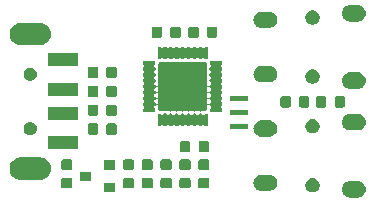
<source format=gts>
G04 #@! TF.GenerationSoftware,KiCad,Pcbnew,5.0.1-33cea8e~68~ubuntu18.04.1*
G04 #@! TF.CreationDate,2018-11-08T21:15:48+01:00*
G04 #@! TF.ProjectId,audio_interface,617564696F5F696E746572666163652E,rev?*
G04 #@! TF.SameCoordinates,Original*
G04 #@! TF.FileFunction,Soldermask,Top*
G04 #@! TF.FilePolarity,Negative*
%FSLAX46Y46*%
G04 Gerber Fmt 4.6, Leading zero omitted, Abs format (unit mm)*
G04 Created by KiCad (PCBNEW 5.0.1-33cea8e~68~ubuntu18.04.1) date Do 08 Nov 2018 21:15:48 CET*
%MOMM*%
%LPD*%
G01*
G04 APERTURE LIST*
%ADD10C,0.100000*%
G04 APERTURE END LIST*
D10*
G36*
X160937224Y-110010128D02*
X161069175Y-110050155D01*
X161190781Y-110115155D01*
X161297370Y-110202630D01*
X161384845Y-110309219D01*
X161449845Y-110430825D01*
X161489872Y-110562776D01*
X161503387Y-110700000D01*
X161489872Y-110837224D01*
X161449845Y-110969175D01*
X161384845Y-111090781D01*
X161297370Y-111197370D01*
X161190781Y-111284845D01*
X161069175Y-111349845D01*
X160937224Y-111389872D01*
X160834390Y-111400000D01*
X160165610Y-111400000D01*
X160062776Y-111389872D01*
X159930825Y-111349845D01*
X159809219Y-111284845D01*
X159702630Y-111197370D01*
X159615155Y-111090781D01*
X159550155Y-110969175D01*
X159510128Y-110837224D01*
X159496613Y-110700000D01*
X159510128Y-110562776D01*
X159550155Y-110430825D01*
X159615155Y-110309219D01*
X159702630Y-110202630D01*
X159809219Y-110115155D01*
X159930825Y-110050155D01*
X160062776Y-110010128D01*
X160165610Y-110000000D01*
X160834390Y-110000000D01*
X160937224Y-110010128D01*
X160937224Y-110010128D01*
G37*
G36*
X157175012Y-109773057D02*
X157284207Y-109818287D01*
X157382481Y-109883952D01*
X157466048Y-109967519D01*
X157531713Y-110065793D01*
X157576943Y-110174988D01*
X157600000Y-110290904D01*
X157600000Y-110409096D01*
X157576943Y-110525012D01*
X157531713Y-110634207D01*
X157466048Y-110732481D01*
X157382481Y-110816048D01*
X157284207Y-110881713D01*
X157175012Y-110926943D01*
X157059096Y-110950000D01*
X156940904Y-110950000D01*
X156824988Y-110926943D01*
X156715793Y-110881713D01*
X156617519Y-110816048D01*
X156533952Y-110732481D01*
X156468287Y-110634207D01*
X156423057Y-110525012D01*
X156400000Y-110409096D01*
X156400000Y-110290904D01*
X156423057Y-110174988D01*
X156468287Y-110065793D01*
X156533952Y-109967519D01*
X156617519Y-109883952D01*
X156715793Y-109818287D01*
X156824988Y-109773057D01*
X156940904Y-109750000D01*
X157059096Y-109750000D01*
X157175012Y-109773057D01*
X157175012Y-109773057D01*
G37*
G36*
X140250000Y-110950000D02*
X139350000Y-110950000D01*
X139350000Y-110150000D01*
X140250000Y-110150000D01*
X140250000Y-110950000D01*
X140250000Y-110950000D01*
G37*
G36*
X153437224Y-109460128D02*
X153569175Y-109500155D01*
X153690781Y-109565155D01*
X153797370Y-109652630D01*
X153884845Y-109759219D01*
X153949845Y-109880825D01*
X153989872Y-110012776D01*
X154003387Y-110150000D01*
X153989872Y-110287224D01*
X153949845Y-110419175D01*
X153884845Y-110540781D01*
X153797370Y-110647370D01*
X153690781Y-110734845D01*
X153569175Y-110799845D01*
X153437224Y-110839872D01*
X153334390Y-110850000D01*
X152665610Y-110850000D01*
X152562776Y-110839872D01*
X152430825Y-110799845D01*
X152309219Y-110734845D01*
X152202630Y-110647370D01*
X152115155Y-110540781D01*
X152050155Y-110419175D01*
X152010128Y-110287224D01*
X151996613Y-110150000D01*
X152010128Y-110012776D01*
X152050155Y-109880825D01*
X152115155Y-109759219D01*
X152202630Y-109652630D01*
X152309219Y-109565155D01*
X152430825Y-109500155D01*
X152562776Y-109460128D01*
X152665610Y-109450000D01*
X153334390Y-109450000D01*
X153437224Y-109460128D01*
X153437224Y-109460128D01*
G37*
G36*
X136549116Y-109753595D02*
X136578313Y-109762452D01*
X136605218Y-109776833D01*
X136628808Y-109796192D01*
X136648167Y-109819782D01*
X136662548Y-109846687D01*
X136671405Y-109875884D01*
X136675000Y-109912390D01*
X136675000Y-110462610D01*
X136671405Y-110499116D01*
X136662548Y-110528313D01*
X136648167Y-110555218D01*
X136628808Y-110578808D01*
X136605218Y-110598167D01*
X136578313Y-110612548D01*
X136549116Y-110621405D01*
X136512610Y-110625000D01*
X135887390Y-110625000D01*
X135850884Y-110621405D01*
X135821687Y-110612548D01*
X135794782Y-110598167D01*
X135771192Y-110578808D01*
X135751833Y-110555218D01*
X135737452Y-110528313D01*
X135728595Y-110499116D01*
X135725000Y-110462610D01*
X135725000Y-109912390D01*
X135728595Y-109875884D01*
X135737452Y-109846687D01*
X135751833Y-109819782D01*
X135771192Y-109796192D01*
X135794782Y-109776833D01*
X135821687Y-109762452D01*
X135850884Y-109753595D01*
X135887390Y-109750000D01*
X136512610Y-109750000D01*
X136549116Y-109753595D01*
X136549116Y-109753595D01*
G37*
G36*
X148149116Y-109753595D02*
X148178313Y-109762452D01*
X148205218Y-109776833D01*
X148228808Y-109796192D01*
X148248167Y-109819782D01*
X148262548Y-109846687D01*
X148271405Y-109875884D01*
X148275000Y-109912390D01*
X148275000Y-110462610D01*
X148271405Y-110499116D01*
X148262548Y-110528313D01*
X148248167Y-110555218D01*
X148228808Y-110578808D01*
X148205218Y-110598167D01*
X148178313Y-110612548D01*
X148149116Y-110621405D01*
X148112610Y-110625000D01*
X147487390Y-110625000D01*
X147450884Y-110621405D01*
X147421687Y-110612548D01*
X147394782Y-110598167D01*
X147371192Y-110578808D01*
X147351833Y-110555218D01*
X147337452Y-110528313D01*
X147328595Y-110499116D01*
X147325000Y-110462610D01*
X147325000Y-109912390D01*
X147328595Y-109875884D01*
X147337452Y-109846687D01*
X147351833Y-109819782D01*
X147371192Y-109796192D01*
X147394782Y-109776833D01*
X147421687Y-109762452D01*
X147450884Y-109753595D01*
X147487390Y-109750000D01*
X148112610Y-109750000D01*
X148149116Y-109753595D01*
X148149116Y-109753595D01*
G37*
G36*
X146549116Y-109753595D02*
X146578313Y-109762452D01*
X146605218Y-109776833D01*
X146628808Y-109796192D01*
X146648167Y-109819782D01*
X146662548Y-109846687D01*
X146671405Y-109875884D01*
X146675000Y-109912390D01*
X146675000Y-110462610D01*
X146671405Y-110499116D01*
X146662548Y-110528313D01*
X146648167Y-110555218D01*
X146628808Y-110578808D01*
X146605218Y-110598167D01*
X146578313Y-110612548D01*
X146549116Y-110621405D01*
X146512610Y-110625000D01*
X145887390Y-110625000D01*
X145850884Y-110621405D01*
X145821687Y-110612548D01*
X145794782Y-110598167D01*
X145771192Y-110578808D01*
X145751833Y-110555218D01*
X145737452Y-110528313D01*
X145728595Y-110499116D01*
X145725000Y-110462610D01*
X145725000Y-109912390D01*
X145728595Y-109875884D01*
X145737452Y-109846687D01*
X145751833Y-109819782D01*
X145771192Y-109796192D01*
X145794782Y-109776833D01*
X145821687Y-109762452D01*
X145850884Y-109753595D01*
X145887390Y-109750000D01*
X146512610Y-109750000D01*
X146549116Y-109753595D01*
X146549116Y-109753595D01*
G37*
G36*
X144949116Y-109753595D02*
X144978313Y-109762452D01*
X145005218Y-109776833D01*
X145028808Y-109796192D01*
X145048167Y-109819782D01*
X145062548Y-109846687D01*
X145071405Y-109875884D01*
X145075000Y-109912390D01*
X145075000Y-110462610D01*
X145071405Y-110499116D01*
X145062548Y-110528313D01*
X145048167Y-110555218D01*
X145028808Y-110578808D01*
X145005218Y-110598167D01*
X144978313Y-110612548D01*
X144949116Y-110621405D01*
X144912610Y-110625000D01*
X144287390Y-110625000D01*
X144250884Y-110621405D01*
X144221687Y-110612548D01*
X144194782Y-110598167D01*
X144171192Y-110578808D01*
X144151833Y-110555218D01*
X144137452Y-110528313D01*
X144128595Y-110499116D01*
X144125000Y-110462610D01*
X144125000Y-109912390D01*
X144128595Y-109875884D01*
X144137452Y-109846687D01*
X144151833Y-109819782D01*
X144171192Y-109796192D01*
X144194782Y-109776833D01*
X144221687Y-109762452D01*
X144250884Y-109753595D01*
X144287390Y-109750000D01*
X144912610Y-109750000D01*
X144949116Y-109753595D01*
X144949116Y-109753595D01*
G37*
G36*
X143349116Y-109753595D02*
X143378313Y-109762452D01*
X143405218Y-109776833D01*
X143428808Y-109796192D01*
X143448167Y-109819782D01*
X143462548Y-109846687D01*
X143471405Y-109875884D01*
X143475000Y-109912390D01*
X143475000Y-110462610D01*
X143471405Y-110499116D01*
X143462548Y-110528313D01*
X143448167Y-110555218D01*
X143428808Y-110578808D01*
X143405218Y-110598167D01*
X143378313Y-110612548D01*
X143349116Y-110621405D01*
X143312610Y-110625000D01*
X142687390Y-110625000D01*
X142650884Y-110621405D01*
X142621687Y-110612548D01*
X142594782Y-110598167D01*
X142571192Y-110578808D01*
X142551833Y-110555218D01*
X142537452Y-110528313D01*
X142528595Y-110499116D01*
X142525000Y-110462610D01*
X142525000Y-109912390D01*
X142528595Y-109875884D01*
X142537452Y-109846687D01*
X142551833Y-109819782D01*
X142571192Y-109796192D01*
X142594782Y-109776833D01*
X142621687Y-109762452D01*
X142650884Y-109753595D01*
X142687390Y-109750000D01*
X143312610Y-109750000D01*
X143349116Y-109753595D01*
X143349116Y-109753595D01*
G37*
G36*
X141749116Y-109753595D02*
X141778313Y-109762452D01*
X141805218Y-109776833D01*
X141828808Y-109796192D01*
X141848167Y-109819782D01*
X141862548Y-109846687D01*
X141871405Y-109875884D01*
X141875000Y-109912390D01*
X141875000Y-110462610D01*
X141871405Y-110499116D01*
X141862548Y-110528313D01*
X141848167Y-110555218D01*
X141828808Y-110578808D01*
X141805218Y-110598167D01*
X141778313Y-110612548D01*
X141749116Y-110621405D01*
X141712610Y-110625000D01*
X141087390Y-110625000D01*
X141050884Y-110621405D01*
X141021687Y-110612548D01*
X140994782Y-110598167D01*
X140971192Y-110578808D01*
X140951833Y-110555218D01*
X140937452Y-110528313D01*
X140928595Y-110499116D01*
X140925000Y-110462610D01*
X140925000Y-109912390D01*
X140928595Y-109875884D01*
X140937452Y-109846687D01*
X140951833Y-109819782D01*
X140971192Y-109796192D01*
X140994782Y-109776833D01*
X141021687Y-109762452D01*
X141050884Y-109753595D01*
X141087390Y-109750000D01*
X141712610Y-109750000D01*
X141749116Y-109753595D01*
X141749116Y-109753595D01*
G37*
G36*
X138250000Y-110000000D02*
X137350000Y-110000000D01*
X137350000Y-109200000D01*
X138250000Y-109200000D01*
X138250000Y-110000000D01*
X138250000Y-110000000D01*
G37*
G36*
X134016448Y-108006873D02*
X134086232Y-108013746D01*
X134175770Y-108040907D01*
X134265309Y-108068068D01*
X134430347Y-108156283D01*
X134575001Y-108274999D01*
X134693717Y-108419653D01*
X134781932Y-108584691D01*
X134836254Y-108763769D01*
X134854596Y-108950000D01*
X134836254Y-109136231D01*
X134781932Y-109315309D01*
X134693717Y-109480347D01*
X134575001Y-109625001D01*
X134430347Y-109743717D01*
X134265309Y-109831932D01*
X134175770Y-109859093D01*
X134086232Y-109886254D01*
X133946666Y-109900000D01*
X132253334Y-109900000D01*
X132113768Y-109886254D01*
X132024230Y-109859093D01*
X131934691Y-109831932D01*
X131769653Y-109743717D01*
X131624999Y-109625001D01*
X131506283Y-109480347D01*
X131418068Y-109315309D01*
X131363746Y-109136231D01*
X131345404Y-108950000D01*
X131363746Y-108763769D01*
X131418068Y-108584691D01*
X131506283Y-108419653D01*
X131624999Y-108274999D01*
X131769653Y-108156283D01*
X131934691Y-108068068D01*
X132024230Y-108040907D01*
X132113768Y-108013746D01*
X132183552Y-108006873D01*
X132253334Y-108000000D01*
X133946666Y-108000000D01*
X134016448Y-108006873D01*
X134016448Y-108006873D01*
G37*
G36*
X136549116Y-108178595D02*
X136578313Y-108187452D01*
X136605218Y-108201833D01*
X136628808Y-108221192D01*
X136648167Y-108244782D01*
X136662548Y-108271687D01*
X136671405Y-108300884D01*
X136675000Y-108337390D01*
X136675000Y-108887610D01*
X136671405Y-108924116D01*
X136662548Y-108953313D01*
X136648167Y-108980218D01*
X136628808Y-109003808D01*
X136605218Y-109023167D01*
X136578313Y-109037548D01*
X136549116Y-109046405D01*
X136512610Y-109050000D01*
X135887390Y-109050000D01*
X135850884Y-109046405D01*
X135821687Y-109037548D01*
X135794782Y-109023167D01*
X135771192Y-109003808D01*
X135751833Y-108980218D01*
X135737452Y-108953313D01*
X135728595Y-108924116D01*
X135725000Y-108887610D01*
X135725000Y-108337390D01*
X135728595Y-108300884D01*
X135737452Y-108271687D01*
X135751833Y-108244782D01*
X135771192Y-108221192D01*
X135794782Y-108201833D01*
X135821687Y-108187452D01*
X135850884Y-108178595D01*
X135887390Y-108175000D01*
X136512610Y-108175000D01*
X136549116Y-108178595D01*
X136549116Y-108178595D01*
G37*
G36*
X140250000Y-109050000D02*
X139350000Y-109050000D01*
X139350000Y-108250000D01*
X140250000Y-108250000D01*
X140250000Y-109050000D01*
X140250000Y-109050000D01*
G37*
G36*
X141749116Y-108178595D02*
X141778313Y-108187452D01*
X141805218Y-108201833D01*
X141828808Y-108221192D01*
X141848167Y-108244782D01*
X141862548Y-108271687D01*
X141871405Y-108300884D01*
X141875000Y-108337390D01*
X141875000Y-108887610D01*
X141871405Y-108924116D01*
X141862548Y-108953313D01*
X141848167Y-108980218D01*
X141828808Y-109003808D01*
X141805218Y-109023167D01*
X141778313Y-109037548D01*
X141749116Y-109046405D01*
X141712610Y-109050000D01*
X141087390Y-109050000D01*
X141050884Y-109046405D01*
X141021687Y-109037548D01*
X140994782Y-109023167D01*
X140971192Y-109003808D01*
X140951833Y-108980218D01*
X140937452Y-108953313D01*
X140928595Y-108924116D01*
X140925000Y-108887610D01*
X140925000Y-108337390D01*
X140928595Y-108300884D01*
X140937452Y-108271687D01*
X140951833Y-108244782D01*
X140971192Y-108221192D01*
X140994782Y-108201833D01*
X141021687Y-108187452D01*
X141050884Y-108178595D01*
X141087390Y-108175000D01*
X141712610Y-108175000D01*
X141749116Y-108178595D01*
X141749116Y-108178595D01*
G37*
G36*
X146549116Y-108178595D02*
X146578313Y-108187452D01*
X146605218Y-108201833D01*
X146628808Y-108221192D01*
X146648167Y-108244782D01*
X146662548Y-108271687D01*
X146671405Y-108300884D01*
X146675000Y-108337390D01*
X146675000Y-108887610D01*
X146671405Y-108924116D01*
X146662548Y-108953313D01*
X146648167Y-108980218D01*
X146628808Y-109003808D01*
X146605218Y-109023167D01*
X146578313Y-109037548D01*
X146549116Y-109046405D01*
X146512610Y-109050000D01*
X145887390Y-109050000D01*
X145850884Y-109046405D01*
X145821687Y-109037548D01*
X145794782Y-109023167D01*
X145771192Y-109003808D01*
X145751833Y-108980218D01*
X145737452Y-108953313D01*
X145728595Y-108924116D01*
X145725000Y-108887610D01*
X145725000Y-108337390D01*
X145728595Y-108300884D01*
X145737452Y-108271687D01*
X145751833Y-108244782D01*
X145771192Y-108221192D01*
X145794782Y-108201833D01*
X145821687Y-108187452D01*
X145850884Y-108178595D01*
X145887390Y-108175000D01*
X146512610Y-108175000D01*
X146549116Y-108178595D01*
X146549116Y-108178595D01*
G37*
G36*
X143349116Y-108178595D02*
X143378313Y-108187452D01*
X143405218Y-108201833D01*
X143428808Y-108221192D01*
X143448167Y-108244782D01*
X143462548Y-108271687D01*
X143471405Y-108300884D01*
X143475000Y-108337390D01*
X143475000Y-108887610D01*
X143471405Y-108924116D01*
X143462548Y-108953313D01*
X143448167Y-108980218D01*
X143428808Y-109003808D01*
X143405218Y-109023167D01*
X143378313Y-109037548D01*
X143349116Y-109046405D01*
X143312610Y-109050000D01*
X142687390Y-109050000D01*
X142650884Y-109046405D01*
X142621687Y-109037548D01*
X142594782Y-109023167D01*
X142571192Y-109003808D01*
X142551833Y-108980218D01*
X142537452Y-108953313D01*
X142528595Y-108924116D01*
X142525000Y-108887610D01*
X142525000Y-108337390D01*
X142528595Y-108300884D01*
X142537452Y-108271687D01*
X142551833Y-108244782D01*
X142571192Y-108221192D01*
X142594782Y-108201833D01*
X142621687Y-108187452D01*
X142650884Y-108178595D01*
X142687390Y-108175000D01*
X143312610Y-108175000D01*
X143349116Y-108178595D01*
X143349116Y-108178595D01*
G37*
G36*
X148149116Y-108178595D02*
X148178313Y-108187452D01*
X148205218Y-108201833D01*
X148228808Y-108221192D01*
X148248167Y-108244782D01*
X148262548Y-108271687D01*
X148271405Y-108300884D01*
X148275000Y-108337390D01*
X148275000Y-108887610D01*
X148271405Y-108924116D01*
X148262548Y-108953313D01*
X148248167Y-108980218D01*
X148228808Y-109003808D01*
X148205218Y-109023167D01*
X148178313Y-109037548D01*
X148149116Y-109046405D01*
X148112610Y-109050000D01*
X147487390Y-109050000D01*
X147450884Y-109046405D01*
X147421687Y-109037548D01*
X147394782Y-109023167D01*
X147371192Y-109003808D01*
X147351833Y-108980218D01*
X147337452Y-108953313D01*
X147328595Y-108924116D01*
X147325000Y-108887610D01*
X147325000Y-108337390D01*
X147328595Y-108300884D01*
X147337452Y-108271687D01*
X147351833Y-108244782D01*
X147371192Y-108221192D01*
X147394782Y-108201833D01*
X147421687Y-108187452D01*
X147450884Y-108178595D01*
X147487390Y-108175000D01*
X148112610Y-108175000D01*
X148149116Y-108178595D01*
X148149116Y-108178595D01*
G37*
G36*
X144949116Y-108178595D02*
X144978313Y-108187452D01*
X145005218Y-108201833D01*
X145028808Y-108221192D01*
X145048167Y-108244782D01*
X145062548Y-108271687D01*
X145071405Y-108300884D01*
X145075000Y-108337390D01*
X145075000Y-108887610D01*
X145071405Y-108924116D01*
X145062548Y-108953313D01*
X145048167Y-108980218D01*
X145028808Y-109003808D01*
X145005218Y-109023167D01*
X144978313Y-109037548D01*
X144949116Y-109046405D01*
X144912610Y-109050000D01*
X144287390Y-109050000D01*
X144250884Y-109046405D01*
X144221687Y-109037548D01*
X144194782Y-109023167D01*
X144171192Y-109003808D01*
X144151833Y-108980218D01*
X144137452Y-108953313D01*
X144128595Y-108924116D01*
X144125000Y-108887610D01*
X144125000Y-108337390D01*
X144128595Y-108300884D01*
X144137452Y-108271687D01*
X144151833Y-108244782D01*
X144171192Y-108221192D01*
X144194782Y-108201833D01*
X144221687Y-108187452D01*
X144250884Y-108178595D01*
X144287390Y-108175000D01*
X144912610Y-108175000D01*
X144949116Y-108178595D01*
X144949116Y-108178595D01*
G37*
G36*
X148099116Y-106628595D02*
X148128313Y-106637452D01*
X148155218Y-106651833D01*
X148178808Y-106671192D01*
X148198167Y-106694782D01*
X148212548Y-106721687D01*
X148221405Y-106750884D01*
X148225000Y-106787390D01*
X148225000Y-107412610D01*
X148221405Y-107449116D01*
X148212548Y-107478313D01*
X148198167Y-107505218D01*
X148178808Y-107528808D01*
X148155218Y-107548167D01*
X148128313Y-107562548D01*
X148099116Y-107571405D01*
X148062610Y-107575000D01*
X147512390Y-107575000D01*
X147475884Y-107571405D01*
X147446687Y-107562548D01*
X147419782Y-107548167D01*
X147396192Y-107528808D01*
X147376833Y-107505218D01*
X147362452Y-107478313D01*
X147353595Y-107449116D01*
X147350000Y-107412610D01*
X147350000Y-106787390D01*
X147353595Y-106750884D01*
X147362452Y-106721687D01*
X147376833Y-106694782D01*
X147396192Y-106671192D01*
X147419782Y-106651833D01*
X147446687Y-106637452D01*
X147475884Y-106628595D01*
X147512390Y-106625000D01*
X148062610Y-106625000D01*
X148099116Y-106628595D01*
X148099116Y-106628595D01*
G37*
G36*
X146524116Y-106628595D02*
X146553313Y-106637452D01*
X146580218Y-106651833D01*
X146603808Y-106671192D01*
X146623167Y-106694782D01*
X146637548Y-106721687D01*
X146646405Y-106750884D01*
X146650000Y-106787390D01*
X146650000Y-107412610D01*
X146646405Y-107449116D01*
X146637548Y-107478313D01*
X146623167Y-107505218D01*
X146603808Y-107528808D01*
X146580218Y-107548167D01*
X146553313Y-107562548D01*
X146524116Y-107571405D01*
X146487610Y-107575000D01*
X145937390Y-107575000D01*
X145900884Y-107571405D01*
X145871687Y-107562548D01*
X145844782Y-107548167D01*
X145821192Y-107528808D01*
X145801833Y-107505218D01*
X145787452Y-107478313D01*
X145778595Y-107449116D01*
X145775000Y-107412610D01*
X145775000Y-106787390D01*
X145778595Y-106750884D01*
X145787452Y-106721687D01*
X145801833Y-106694782D01*
X145821192Y-106671192D01*
X145844782Y-106651833D01*
X145871687Y-106637452D01*
X145900884Y-106628595D01*
X145937390Y-106625000D01*
X146487610Y-106625000D01*
X146524116Y-106628595D01*
X146524116Y-106628595D01*
G37*
G36*
X137100000Y-107300000D02*
X134600000Y-107300000D01*
X134600000Y-106200000D01*
X137100000Y-106200000D01*
X137100000Y-107300000D01*
X137100000Y-107300000D01*
G37*
G36*
X153437224Y-104860128D02*
X153569175Y-104900155D01*
X153690781Y-104965155D01*
X153797370Y-105052630D01*
X153884845Y-105159219D01*
X153949845Y-105280825D01*
X153989872Y-105412776D01*
X154003387Y-105550000D01*
X153989872Y-105687224D01*
X153949845Y-105819175D01*
X153884845Y-105940781D01*
X153797370Y-106047370D01*
X153690781Y-106134845D01*
X153569175Y-106199845D01*
X153437224Y-106239872D01*
X153334390Y-106250000D01*
X152665610Y-106250000D01*
X152562776Y-106239872D01*
X152430825Y-106199845D01*
X152309219Y-106134845D01*
X152202630Y-106047370D01*
X152115155Y-105940781D01*
X152050155Y-105819175D01*
X152010128Y-105687224D01*
X151996613Y-105550000D01*
X152010128Y-105412776D01*
X152050155Y-105280825D01*
X152115155Y-105159219D01*
X152202630Y-105052630D01*
X152309219Y-104965155D01*
X152430825Y-104900155D01*
X152562776Y-104860128D01*
X152665610Y-104850000D01*
X153334390Y-104850000D01*
X153437224Y-104860128D01*
X153437224Y-104860128D01*
G37*
G36*
X133189590Y-105007045D02*
X133260429Y-105021136D01*
X133336463Y-105052631D01*
X133360523Y-105062597D01*
X133450607Y-105122789D01*
X133527211Y-105199393D01*
X133527213Y-105199396D01*
X133587403Y-105289477D01*
X133628864Y-105389571D01*
X133650000Y-105495830D01*
X133650000Y-105604170D01*
X133628864Y-105710429D01*
X133587403Y-105810523D01*
X133527211Y-105900607D01*
X133450607Y-105977211D01*
X133450604Y-105977213D01*
X133360523Y-106037403D01*
X133260429Y-106078864D01*
X133189590Y-106092955D01*
X133154171Y-106100000D01*
X133045829Y-106100000D01*
X133010410Y-106092955D01*
X132939571Y-106078864D01*
X132839477Y-106037403D01*
X132749396Y-105977213D01*
X132749393Y-105977211D01*
X132672789Y-105900607D01*
X132612597Y-105810523D01*
X132571136Y-105710429D01*
X132550000Y-105604170D01*
X132550000Y-105495830D01*
X132571136Y-105389571D01*
X132612597Y-105289477D01*
X132672787Y-105199396D01*
X132672789Y-105199393D01*
X132749393Y-105122789D01*
X132839477Y-105062597D01*
X132863537Y-105052631D01*
X132939571Y-105021136D01*
X133010410Y-105007045D01*
X133045829Y-105000000D01*
X133154171Y-105000000D01*
X133189590Y-105007045D01*
X133189590Y-105007045D01*
G37*
G36*
X140299116Y-105128595D02*
X140328313Y-105137452D01*
X140355218Y-105151833D01*
X140378808Y-105171192D01*
X140398167Y-105194782D01*
X140412548Y-105221687D01*
X140421405Y-105250884D01*
X140425000Y-105287390D01*
X140425000Y-105912610D01*
X140421405Y-105949116D01*
X140412548Y-105978313D01*
X140398167Y-106005218D01*
X140378808Y-106028808D01*
X140355218Y-106048167D01*
X140328313Y-106062548D01*
X140299116Y-106071405D01*
X140262610Y-106075000D01*
X139712390Y-106075000D01*
X139675884Y-106071405D01*
X139646687Y-106062548D01*
X139619782Y-106048167D01*
X139596192Y-106028808D01*
X139576833Y-106005218D01*
X139562452Y-105978313D01*
X139553595Y-105949116D01*
X139550000Y-105912610D01*
X139550000Y-105287390D01*
X139553595Y-105250884D01*
X139562452Y-105221687D01*
X139576833Y-105194782D01*
X139596192Y-105171192D01*
X139619782Y-105151833D01*
X139646687Y-105137452D01*
X139675884Y-105128595D01*
X139712390Y-105125000D01*
X140262610Y-105125000D01*
X140299116Y-105128595D01*
X140299116Y-105128595D01*
G37*
G36*
X138724116Y-105128595D02*
X138753313Y-105137452D01*
X138780218Y-105151833D01*
X138803808Y-105171192D01*
X138823167Y-105194782D01*
X138837548Y-105221687D01*
X138846405Y-105250884D01*
X138850000Y-105287390D01*
X138850000Y-105912610D01*
X138846405Y-105949116D01*
X138837548Y-105978313D01*
X138823167Y-106005218D01*
X138803808Y-106028808D01*
X138780218Y-106048167D01*
X138753313Y-106062548D01*
X138724116Y-106071405D01*
X138687610Y-106075000D01*
X138137390Y-106075000D01*
X138100884Y-106071405D01*
X138071687Y-106062548D01*
X138044782Y-106048167D01*
X138021192Y-106028808D01*
X138001833Y-106005218D01*
X137987452Y-105978313D01*
X137978595Y-105949116D01*
X137975000Y-105912610D01*
X137975000Y-105287390D01*
X137978595Y-105250884D01*
X137987452Y-105221687D01*
X138001833Y-105194782D01*
X138021192Y-105171192D01*
X138044782Y-105151833D01*
X138071687Y-105137452D01*
X138100884Y-105128595D01*
X138137390Y-105125000D01*
X138687610Y-105125000D01*
X138724116Y-105128595D01*
X138724116Y-105128595D01*
G37*
G36*
X157175012Y-104773057D02*
X157284207Y-104818287D01*
X157382481Y-104883952D01*
X157466048Y-104967519D01*
X157531713Y-105065793D01*
X157576943Y-105174988D01*
X157600000Y-105290904D01*
X157600000Y-105409096D01*
X157576943Y-105525012D01*
X157531713Y-105634207D01*
X157466048Y-105732481D01*
X157382481Y-105816048D01*
X157284207Y-105881713D01*
X157175012Y-105926943D01*
X157059096Y-105950000D01*
X156940904Y-105950000D01*
X156824988Y-105926943D01*
X156715793Y-105881713D01*
X156617519Y-105816048D01*
X156533952Y-105732481D01*
X156468287Y-105634207D01*
X156423057Y-105525012D01*
X156400000Y-105409096D01*
X156400000Y-105290904D01*
X156423057Y-105174988D01*
X156468287Y-105065793D01*
X156533952Y-104967519D01*
X156617519Y-104883952D01*
X156715793Y-104818287D01*
X156824988Y-104773057D01*
X156940904Y-104750000D01*
X157059096Y-104750000D01*
X157175012Y-104773057D01*
X157175012Y-104773057D01*
G37*
G36*
X160937224Y-104310128D02*
X161069175Y-104350155D01*
X161190781Y-104415155D01*
X161297370Y-104502630D01*
X161384845Y-104609219D01*
X161449845Y-104730825D01*
X161489872Y-104862776D01*
X161503387Y-105000000D01*
X161489872Y-105137224D01*
X161449845Y-105269175D01*
X161384845Y-105390781D01*
X161297370Y-105497370D01*
X161190781Y-105584845D01*
X161069175Y-105649845D01*
X160937224Y-105689872D01*
X160834390Y-105700000D01*
X160165610Y-105700000D01*
X160062776Y-105689872D01*
X159930825Y-105649845D01*
X159809219Y-105584845D01*
X159702630Y-105497370D01*
X159615155Y-105390781D01*
X159550155Y-105269175D01*
X159510128Y-105137224D01*
X159496613Y-105000000D01*
X159510128Y-104862776D01*
X159550155Y-104730825D01*
X159615155Y-104609219D01*
X159702630Y-104502630D01*
X159809219Y-104415155D01*
X159930825Y-104350155D01*
X160062776Y-104310128D01*
X160165610Y-104300000D01*
X160834390Y-104300000D01*
X160937224Y-104310128D01*
X160937224Y-104310128D01*
G37*
G36*
X151550000Y-105600000D02*
X150050000Y-105600000D01*
X150050000Y-105200000D01*
X151550000Y-105200000D01*
X151550000Y-105600000D01*
X151550000Y-105600000D01*
G37*
G36*
X143699449Y-99875551D02*
X143700000Y-99881141D01*
X143700000Y-100090245D01*
X143701761Y-100108121D01*
X143700602Y-100112747D01*
X143699449Y-100124449D01*
X143687747Y-100125602D01*
X143663713Y-100130383D01*
X143641075Y-100139760D01*
X143620700Y-100153374D01*
X143603373Y-100170702D01*
X143589759Y-100191076D01*
X143580382Y-100213715D01*
X143575602Y-100237749D01*
X143575602Y-100262253D01*
X143580383Y-100286287D01*
X143589760Y-100308925D01*
X143603374Y-100329300D01*
X143620702Y-100346627D01*
X143641076Y-100360241D01*
X143663715Y-100369618D01*
X143687747Y-100374398D01*
X143699449Y-100375551D01*
X143700602Y-100387253D01*
X143705383Y-100411287D01*
X143714760Y-100433925D01*
X143728374Y-100454300D01*
X143745702Y-100471627D01*
X143766076Y-100485241D01*
X143788715Y-100494618D01*
X143812749Y-100499398D01*
X143837253Y-100499398D01*
X143861287Y-100494617D01*
X143883925Y-100485240D01*
X143904300Y-100471626D01*
X143921627Y-100454298D01*
X143935241Y-100433924D01*
X143944618Y-100411285D01*
X143950000Y-100375000D01*
X143950000Y-100125000D01*
X143948239Y-100107124D01*
X143949398Y-100102498D01*
X143953288Y-100063001D01*
X143961234Y-100036807D01*
X143974138Y-100012666D01*
X143991504Y-99991504D01*
X144012666Y-99974138D01*
X144036807Y-99961234D01*
X144063001Y-99953288D01*
X144096386Y-99950000D01*
X147875000Y-99950000D01*
X147892876Y-99948239D01*
X147897502Y-99949398D01*
X147936999Y-99953288D01*
X147963193Y-99961234D01*
X147987334Y-99974138D01*
X148008496Y-99991504D01*
X148025862Y-100012666D01*
X148038766Y-100036807D01*
X148046712Y-100063001D01*
X148050602Y-100102498D01*
X148052169Y-100110376D01*
X148050000Y-100125000D01*
X148050000Y-100375000D01*
X148052402Y-100399386D01*
X148059515Y-100422835D01*
X148071066Y-100444446D01*
X148086612Y-100463388D01*
X148105554Y-100478934D01*
X148127165Y-100490485D01*
X148150614Y-100497598D01*
X148175000Y-100500000D01*
X148199386Y-100497598D01*
X148222835Y-100490485D01*
X148244446Y-100478934D01*
X148263388Y-100463388D01*
X148278934Y-100444446D01*
X148290485Y-100422835D01*
X148299398Y-100387253D01*
X148300551Y-100375551D01*
X148312253Y-100374398D01*
X148336287Y-100369617D01*
X148358925Y-100360240D01*
X148379300Y-100346626D01*
X148396627Y-100329298D01*
X148410241Y-100308924D01*
X148419618Y-100286285D01*
X148424398Y-100262251D01*
X148424398Y-100237747D01*
X148419617Y-100213713D01*
X148410240Y-100191075D01*
X148396626Y-100170700D01*
X148379298Y-100153373D01*
X148358924Y-100139759D01*
X148336285Y-100130382D01*
X148312253Y-100125602D01*
X148300551Y-100124449D01*
X148299398Y-100112747D01*
X148297831Y-100104869D01*
X148300000Y-100090245D01*
X148300000Y-99881141D01*
X148300551Y-99875551D01*
X148306141Y-99875000D01*
X149368859Y-99875000D01*
X149374449Y-99875551D01*
X149375000Y-99881141D01*
X149375000Y-100118859D01*
X149374449Y-100124449D01*
X149362747Y-100125602D01*
X149338713Y-100130383D01*
X149316075Y-100139760D01*
X149295700Y-100153374D01*
X149278373Y-100170702D01*
X149264759Y-100191076D01*
X149255382Y-100213715D01*
X149250602Y-100237749D01*
X149250602Y-100262253D01*
X149255383Y-100286287D01*
X149264760Y-100308925D01*
X149278374Y-100329300D01*
X149295702Y-100346627D01*
X149316076Y-100360241D01*
X149338715Y-100369618D01*
X149362747Y-100374398D01*
X149374449Y-100375551D01*
X149375000Y-100381141D01*
X149375000Y-100618859D01*
X149374449Y-100624449D01*
X149362747Y-100625602D01*
X149338713Y-100630383D01*
X149316075Y-100639760D01*
X149295700Y-100653374D01*
X149278373Y-100670702D01*
X149264759Y-100691076D01*
X149255382Y-100713715D01*
X149250602Y-100737749D01*
X149250602Y-100762253D01*
X149255383Y-100786287D01*
X149264760Y-100808925D01*
X149278374Y-100829300D01*
X149295702Y-100846627D01*
X149316076Y-100860241D01*
X149338715Y-100869618D01*
X149362747Y-100874398D01*
X149374449Y-100875551D01*
X149375000Y-100881141D01*
X149375000Y-101118859D01*
X149374449Y-101124449D01*
X149362747Y-101125602D01*
X149338713Y-101130383D01*
X149316075Y-101139760D01*
X149295700Y-101153374D01*
X149278373Y-101170702D01*
X149264759Y-101191076D01*
X149255382Y-101213715D01*
X149250602Y-101237749D01*
X149250602Y-101262253D01*
X149255383Y-101286287D01*
X149264760Y-101308925D01*
X149278374Y-101329300D01*
X149295702Y-101346627D01*
X149316076Y-101360241D01*
X149338715Y-101369618D01*
X149362747Y-101374398D01*
X149374449Y-101375551D01*
X149375000Y-101381141D01*
X149375000Y-101618859D01*
X149374449Y-101624449D01*
X149362747Y-101625602D01*
X149338713Y-101630383D01*
X149316075Y-101639760D01*
X149295700Y-101653374D01*
X149278373Y-101670702D01*
X149264759Y-101691076D01*
X149255382Y-101713715D01*
X149250602Y-101737749D01*
X149250602Y-101762253D01*
X149255383Y-101786287D01*
X149264760Y-101808925D01*
X149278374Y-101829300D01*
X149295702Y-101846627D01*
X149316076Y-101860241D01*
X149338715Y-101869618D01*
X149362747Y-101874398D01*
X149374449Y-101875551D01*
X149375000Y-101881141D01*
X149375000Y-102118859D01*
X149374449Y-102124449D01*
X149362747Y-102125602D01*
X149338713Y-102130383D01*
X149316075Y-102139760D01*
X149295700Y-102153374D01*
X149278373Y-102170702D01*
X149264759Y-102191076D01*
X149255382Y-102213715D01*
X149250602Y-102237749D01*
X149250602Y-102262253D01*
X149255383Y-102286287D01*
X149264760Y-102308925D01*
X149278374Y-102329300D01*
X149295702Y-102346627D01*
X149316076Y-102360241D01*
X149338715Y-102369618D01*
X149362747Y-102374398D01*
X149374449Y-102375551D01*
X149375000Y-102381141D01*
X149375000Y-102618859D01*
X149374449Y-102624449D01*
X149362747Y-102625602D01*
X149338713Y-102630383D01*
X149316075Y-102639760D01*
X149295700Y-102653374D01*
X149278373Y-102670702D01*
X149264759Y-102691076D01*
X149255382Y-102713715D01*
X149250602Y-102737749D01*
X149250602Y-102762253D01*
X149255383Y-102786287D01*
X149264760Y-102808925D01*
X149278374Y-102829300D01*
X149295702Y-102846627D01*
X149316076Y-102860241D01*
X149338715Y-102869618D01*
X149362747Y-102874398D01*
X149374449Y-102875551D01*
X149375000Y-102881141D01*
X149375000Y-103118859D01*
X149374449Y-103124449D01*
X149362747Y-103125602D01*
X149338713Y-103130383D01*
X149316075Y-103139760D01*
X149295700Y-103153374D01*
X149278373Y-103170702D01*
X149264759Y-103191076D01*
X149255382Y-103213715D01*
X149250602Y-103237749D01*
X149250602Y-103262253D01*
X149255383Y-103286287D01*
X149264760Y-103308925D01*
X149278374Y-103329300D01*
X149295702Y-103346627D01*
X149316076Y-103360241D01*
X149338715Y-103369618D01*
X149362747Y-103374398D01*
X149374449Y-103375551D01*
X149375000Y-103381141D01*
X149375000Y-103618859D01*
X149374449Y-103624449D01*
X149362747Y-103625602D01*
X149338713Y-103630383D01*
X149316075Y-103639760D01*
X149295700Y-103653374D01*
X149278373Y-103670702D01*
X149264759Y-103691076D01*
X149255382Y-103713715D01*
X149250602Y-103737749D01*
X149250602Y-103762253D01*
X149255383Y-103786287D01*
X149264760Y-103808925D01*
X149278374Y-103829300D01*
X149295702Y-103846627D01*
X149316076Y-103860241D01*
X149338715Y-103869618D01*
X149362747Y-103874398D01*
X149374449Y-103875551D01*
X149375000Y-103881141D01*
X149375000Y-104118859D01*
X149374449Y-104124449D01*
X149368859Y-104125000D01*
X148306141Y-104125000D01*
X148300551Y-104124449D01*
X148300000Y-104118859D01*
X148300000Y-103909755D01*
X148298239Y-103891879D01*
X148299398Y-103887253D01*
X148300551Y-103875551D01*
X148312253Y-103874398D01*
X148336287Y-103869617D01*
X148358925Y-103860240D01*
X148379300Y-103846626D01*
X148396627Y-103829298D01*
X148410241Y-103808924D01*
X148419618Y-103786285D01*
X148424398Y-103762251D01*
X148424398Y-103737747D01*
X148419617Y-103713713D01*
X148410240Y-103691075D01*
X148396626Y-103670700D01*
X148379298Y-103653373D01*
X148358924Y-103639759D01*
X148336285Y-103630382D01*
X148312253Y-103625602D01*
X148300551Y-103624449D01*
X148299398Y-103612747D01*
X148294617Y-103588713D01*
X148285240Y-103566075D01*
X148271626Y-103545700D01*
X148254298Y-103528373D01*
X148233924Y-103514759D01*
X148211285Y-103505382D01*
X148187251Y-103500602D01*
X148162747Y-103500602D01*
X148138713Y-103505383D01*
X148116075Y-103514760D01*
X148095700Y-103528374D01*
X148078373Y-103545702D01*
X148064759Y-103566076D01*
X148055382Y-103588715D01*
X148050000Y-103625000D01*
X148050000Y-103875000D01*
X148051761Y-103892876D01*
X148050602Y-103897502D01*
X148046712Y-103936999D01*
X148038766Y-103963193D01*
X148025862Y-103987334D01*
X148008496Y-104008496D01*
X147987334Y-104025862D01*
X147963193Y-104038766D01*
X147936999Y-104046712D01*
X147897502Y-104050602D01*
X147889624Y-104052169D01*
X147875000Y-104050000D01*
X147625000Y-104050000D01*
X147600614Y-104052402D01*
X147577165Y-104059515D01*
X147555554Y-104071066D01*
X147536612Y-104086612D01*
X147521066Y-104105554D01*
X147509515Y-104127165D01*
X147502402Y-104150614D01*
X147500000Y-104175000D01*
X147502402Y-104199386D01*
X147509515Y-104222835D01*
X147521066Y-104244446D01*
X147536612Y-104263388D01*
X147555554Y-104278934D01*
X147577165Y-104290485D01*
X147612747Y-104299398D01*
X147624449Y-104300551D01*
X147625602Y-104312253D01*
X147630383Y-104336287D01*
X147639760Y-104358925D01*
X147653374Y-104379300D01*
X147670702Y-104396627D01*
X147691076Y-104410241D01*
X147713715Y-104419618D01*
X147737749Y-104424398D01*
X147762253Y-104424398D01*
X147786287Y-104419617D01*
X147808925Y-104410240D01*
X147829300Y-104396626D01*
X147846627Y-104379298D01*
X147860241Y-104358924D01*
X147869618Y-104336285D01*
X147874398Y-104312253D01*
X147875551Y-104300551D01*
X147887253Y-104299398D01*
X147895131Y-104297831D01*
X147909755Y-104300000D01*
X148118859Y-104300000D01*
X148124449Y-104300551D01*
X148125000Y-104306141D01*
X148125000Y-105368859D01*
X148124449Y-105374449D01*
X148118859Y-105375000D01*
X147881141Y-105375000D01*
X147875551Y-105374449D01*
X147874398Y-105362747D01*
X147869617Y-105338713D01*
X147860240Y-105316075D01*
X147846626Y-105295700D01*
X147829298Y-105278373D01*
X147808924Y-105264759D01*
X147786285Y-105255382D01*
X147762251Y-105250602D01*
X147737747Y-105250602D01*
X147713713Y-105255383D01*
X147691075Y-105264760D01*
X147670700Y-105278374D01*
X147653373Y-105295702D01*
X147639759Y-105316076D01*
X147630382Y-105338715D01*
X147625602Y-105362747D01*
X147624449Y-105374449D01*
X147618859Y-105375000D01*
X147381141Y-105375000D01*
X147375551Y-105374449D01*
X147374398Y-105362747D01*
X147369617Y-105338713D01*
X147360240Y-105316075D01*
X147346626Y-105295700D01*
X147329298Y-105278373D01*
X147308924Y-105264759D01*
X147286285Y-105255382D01*
X147262251Y-105250602D01*
X147237747Y-105250602D01*
X147213713Y-105255383D01*
X147191075Y-105264760D01*
X147170700Y-105278374D01*
X147153373Y-105295702D01*
X147139759Y-105316076D01*
X147130382Y-105338715D01*
X147125602Y-105362747D01*
X147124449Y-105374449D01*
X147118859Y-105375000D01*
X146881141Y-105375000D01*
X146875551Y-105374449D01*
X146874398Y-105362747D01*
X146869617Y-105338713D01*
X146860240Y-105316075D01*
X146846626Y-105295700D01*
X146829298Y-105278373D01*
X146808924Y-105264759D01*
X146786285Y-105255382D01*
X146762251Y-105250602D01*
X146737747Y-105250602D01*
X146713713Y-105255383D01*
X146691075Y-105264760D01*
X146670700Y-105278374D01*
X146653373Y-105295702D01*
X146639759Y-105316076D01*
X146630382Y-105338715D01*
X146625602Y-105362747D01*
X146624449Y-105374449D01*
X146618859Y-105375000D01*
X146381141Y-105375000D01*
X146375551Y-105374449D01*
X146374398Y-105362747D01*
X146369617Y-105338713D01*
X146360240Y-105316075D01*
X146346626Y-105295700D01*
X146329298Y-105278373D01*
X146308924Y-105264759D01*
X146286285Y-105255382D01*
X146262251Y-105250602D01*
X146237747Y-105250602D01*
X146213713Y-105255383D01*
X146191075Y-105264760D01*
X146170700Y-105278374D01*
X146153373Y-105295702D01*
X146139759Y-105316076D01*
X146130382Y-105338715D01*
X146125602Y-105362747D01*
X146124449Y-105374449D01*
X146118859Y-105375000D01*
X145881141Y-105375000D01*
X145875551Y-105374449D01*
X145874398Y-105362747D01*
X145869617Y-105338713D01*
X145860240Y-105316075D01*
X145846626Y-105295700D01*
X145829298Y-105278373D01*
X145808924Y-105264759D01*
X145786285Y-105255382D01*
X145762251Y-105250602D01*
X145737747Y-105250602D01*
X145713713Y-105255383D01*
X145691075Y-105264760D01*
X145670700Y-105278374D01*
X145653373Y-105295702D01*
X145639759Y-105316076D01*
X145630382Y-105338715D01*
X145625602Y-105362747D01*
X145624449Y-105374449D01*
X145618859Y-105375000D01*
X145381141Y-105375000D01*
X145375551Y-105374449D01*
X145374398Y-105362747D01*
X145369617Y-105338713D01*
X145360240Y-105316075D01*
X145346626Y-105295700D01*
X145329298Y-105278373D01*
X145308924Y-105264759D01*
X145286285Y-105255382D01*
X145262251Y-105250602D01*
X145237747Y-105250602D01*
X145213713Y-105255383D01*
X145191075Y-105264760D01*
X145170700Y-105278374D01*
X145153373Y-105295702D01*
X145139759Y-105316076D01*
X145130382Y-105338715D01*
X145125602Y-105362747D01*
X145124449Y-105374449D01*
X145118859Y-105375000D01*
X144881141Y-105375000D01*
X144875551Y-105374449D01*
X144874398Y-105362747D01*
X144869617Y-105338713D01*
X144860240Y-105316075D01*
X144846626Y-105295700D01*
X144829298Y-105278373D01*
X144808924Y-105264759D01*
X144786285Y-105255382D01*
X144762251Y-105250602D01*
X144737747Y-105250602D01*
X144713713Y-105255383D01*
X144691075Y-105264760D01*
X144670700Y-105278374D01*
X144653373Y-105295702D01*
X144639759Y-105316076D01*
X144630382Y-105338715D01*
X144625602Y-105362747D01*
X144624449Y-105374449D01*
X144618859Y-105375000D01*
X144381141Y-105375000D01*
X144375551Y-105374449D01*
X144374398Y-105362747D01*
X144369617Y-105338713D01*
X144360240Y-105316075D01*
X144346626Y-105295700D01*
X144329298Y-105278373D01*
X144308924Y-105264759D01*
X144286285Y-105255382D01*
X144262251Y-105250602D01*
X144237747Y-105250602D01*
X144213713Y-105255383D01*
X144191075Y-105264760D01*
X144170700Y-105278374D01*
X144153373Y-105295702D01*
X144139759Y-105316076D01*
X144130382Y-105338715D01*
X144125602Y-105362747D01*
X144124449Y-105374449D01*
X144118859Y-105375000D01*
X143881141Y-105375000D01*
X143875551Y-105374449D01*
X143875000Y-105368859D01*
X143875000Y-104306141D01*
X143875551Y-104300551D01*
X143881141Y-104300000D01*
X144090245Y-104300000D01*
X144108121Y-104298239D01*
X144112747Y-104299398D01*
X144124449Y-104300551D01*
X144125602Y-104312253D01*
X144130383Y-104336287D01*
X144139760Y-104358925D01*
X144153374Y-104379300D01*
X144170702Y-104396627D01*
X144191076Y-104410241D01*
X144213715Y-104419618D01*
X144237749Y-104424398D01*
X144262253Y-104424398D01*
X144286287Y-104419617D01*
X144308925Y-104410240D01*
X144329300Y-104396626D01*
X144346627Y-104379298D01*
X144360241Y-104358924D01*
X144369618Y-104336285D01*
X144374398Y-104312253D01*
X144375551Y-104300551D01*
X144387253Y-104299398D01*
X144411287Y-104294617D01*
X144433925Y-104285240D01*
X144454300Y-104271626D01*
X144471627Y-104254298D01*
X144485241Y-104233924D01*
X144494618Y-104211285D01*
X144499398Y-104187251D01*
X144499398Y-104175000D01*
X144500000Y-104175000D01*
X144502402Y-104199386D01*
X144509515Y-104222835D01*
X144521066Y-104244446D01*
X144536612Y-104263388D01*
X144555554Y-104278934D01*
X144577165Y-104290485D01*
X144612747Y-104299398D01*
X144624449Y-104300551D01*
X144625602Y-104312253D01*
X144630383Y-104336287D01*
X144639760Y-104358925D01*
X144653374Y-104379300D01*
X144670702Y-104396627D01*
X144691076Y-104410241D01*
X144713715Y-104419618D01*
X144737749Y-104424398D01*
X144762253Y-104424398D01*
X144786287Y-104419617D01*
X144808925Y-104410240D01*
X144829300Y-104396626D01*
X144846627Y-104379298D01*
X144860241Y-104358924D01*
X144869618Y-104336285D01*
X144874398Y-104312253D01*
X144875551Y-104300551D01*
X144887253Y-104299398D01*
X144911287Y-104294617D01*
X144933925Y-104285240D01*
X144954300Y-104271626D01*
X144971627Y-104254298D01*
X144985241Y-104233924D01*
X144994618Y-104211285D01*
X144999398Y-104187251D01*
X144999398Y-104175000D01*
X145000000Y-104175000D01*
X145002402Y-104199386D01*
X145009515Y-104222835D01*
X145021066Y-104244446D01*
X145036612Y-104263388D01*
X145055554Y-104278934D01*
X145077165Y-104290485D01*
X145112747Y-104299398D01*
X145124449Y-104300551D01*
X145125602Y-104312253D01*
X145130383Y-104336287D01*
X145139760Y-104358925D01*
X145153374Y-104379300D01*
X145170702Y-104396627D01*
X145191076Y-104410241D01*
X145213715Y-104419618D01*
X145237749Y-104424398D01*
X145262253Y-104424398D01*
X145286287Y-104419617D01*
X145308925Y-104410240D01*
X145329300Y-104396626D01*
X145346627Y-104379298D01*
X145360241Y-104358924D01*
X145369618Y-104336285D01*
X145374398Y-104312253D01*
X145375551Y-104300551D01*
X145387253Y-104299398D01*
X145411287Y-104294617D01*
X145433925Y-104285240D01*
X145454300Y-104271626D01*
X145471627Y-104254298D01*
X145485241Y-104233924D01*
X145494618Y-104211285D01*
X145499398Y-104187251D01*
X145499398Y-104175000D01*
X145500000Y-104175000D01*
X145502402Y-104199386D01*
X145509515Y-104222835D01*
X145521066Y-104244446D01*
X145536612Y-104263388D01*
X145555554Y-104278934D01*
X145577165Y-104290485D01*
X145612747Y-104299398D01*
X145624449Y-104300551D01*
X145625602Y-104312253D01*
X145630383Y-104336287D01*
X145639760Y-104358925D01*
X145653374Y-104379300D01*
X145670702Y-104396627D01*
X145691076Y-104410241D01*
X145713715Y-104419618D01*
X145737749Y-104424398D01*
X145762253Y-104424398D01*
X145786287Y-104419617D01*
X145808925Y-104410240D01*
X145829300Y-104396626D01*
X145846627Y-104379298D01*
X145860241Y-104358924D01*
X145869618Y-104336285D01*
X145874398Y-104312253D01*
X145875551Y-104300551D01*
X145887253Y-104299398D01*
X145911287Y-104294617D01*
X145933925Y-104285240D01*
X145954300Y-104271626D01*
X145971627Y-104254298D01*
X145985241Y-104233924D01*
X145994618Y-104211285D01*
X145999398Y-104187251D01*
X145999398Y-104175000D01*
X146000000Y-104175000D01*
X146002402Y-104199386D01*
X146009515Y-104222835D01*
X146021066Y-104244446D01*
X146036612Y-104263388D01*
X146055554Y-104278934D01*
X146077165Y-104290485D01*
X146112747Y-104299398D01*
X146124449Y-104300551D01*
X146125602Y-104312253D01*
X146130383Y-104336287D01*
X146139760Y-104358925D01*
X146153374Y-104379300D01*
X146170702Y-104396627D01*
X146191076Y-104410241D01*
X146213715Y-104419618D01*
X146237749Y-104424398D01*
X146262253Y-104424398D01*
X146286287Y-104419617D01*
X146308925Y-104410240D01*
X146329300Y-104396626D01*
X146346627Y-104379298D01*
X146360241Y-104358924D01*
X146369618Y-104336285D01*
X146374398Y-104312253D01*
X146375551Y-104300551D01*
X146387253Y-104299398D01*
X146411287Y-104294617D01*
X146433925Y-104285240D01*
X146454300Y-104271626D01*
X146471627Y-104254298D01*
X146485241Y-104233924D01*
X146494618Y-104211285D01*
X146499398Y-104187251D01*
X146499398Y-104175000D01*
X146500000Y-104175000D01*
X146502402Y-104199386D01*
X146509515Y-104222835D01*
X146521066Y-104244446D01*
X146536612Y-104263388D01*
X146555554Y-104278934D01*
X146577165Y-104290485D01*
X146612747Y-104299398D01*
X146624449Y-104300551D01*
X146625602Y-104312253D01*
X146630383Y-104336287D01*
X146639760Y-104358925D01*
X146653374Y-104379300D01*
X146670702Y-104396627D01*
X146691076Y-104410241D01*
X146713715Y-104419618D01*
X146737749Y-104424398D01*
X146762253Y-104424398D01*
X146786287Y-104419617D01*
X146808925Y-104410240D01*
X146829300Y-104396626D01*
X146846627Y-104379298D01*
X146860241Y-104358924D01*
X146869618Y-104336285D01*
X146874398Y-104312253D01*
X146875551Y-104300551D01*
X146887253Y-104299398D01*
X146911287Y-104294617D01*
X146933925Y-104285240D01*
X146954300Y-104271626D01*
X146971627Y-104254298D01*
X146985241Y-104233924D01*
X146994618Y-104211285D01*
X146999398Y-104187251D01*
X146999398Y-104175000D01*
X147000000Y-104175000D01*
X147002402Y-104199386D01*
X147009515Y-104222835D01*
X147021066Y-104244446D01*
X147036612Y-104263388D01*
X147055554Y-104278934D01*
X147077165Y-104290485D01*
X147112747Y-104299398D01*
X147124449Y-104300551D01*
X147125602Y-104312253D01*
X147130383Y-104336287D01*
X147139760Y-104358925D01*
X147153374Y-104379300D01*
X147170702Y-104396627D01*
X147191076Y-104410241D01*
X147213715Y-104419618D01*
X147237749Y-104424398D01*
X147262253Y-104424398D01*
X147286287Y-104419617D01*
X147308925Y-104410240D01*
X147329300Y-104396626D01*
X147346627Y-104379298D01*
X147360241Y-104358924D01*
X147369618Y-104336285D01*
X147374398Y-104312253D01*
X147375551Y-104300551D01*
X147387253Y-104299398D01*
X147411287Y-104294617D01*
X147433925Y-104285240D01*
X147454300Y-104271626D01*
X147471627Y-104254298D01*
X147485241Y-104233924D01*
X147494618Y-104211285D01*
X147499398Y-104187251D01*
X147499398Y-104162747D01*
X147494617Y-104138713D01*
X147485240Y-104116075D01*
X147471626Y-104095700D01*
X147454298Y-104078373D01*
X147433924Y-104064759D01*
X147411285Y-104055382D01*
X147375000Y-104050000D01*
X147125000Y-104050000D01*
X147100614Y-104052402D01*
X147077165Y-104059515D01*
X147055554Y-104071066D01*
X147036612Y-104086612D01*
X147021066Y-104105554D01*
X147009515Y-104127165D01*
X147002402Y-104150614D01*
X147000000Y-104175000D01*
X146999398Y-104175000D01*
X146999398Y-104162747D01*
X146994617Y-104138713D01*
X146985240Y-104116075D01*
X146971626Y-104095700D01*
X146954298Y-104078373D01*
X146933924Y-104064759D01*
X146911285Y-104055382D01*
X146875000Y-104050000D01*
X146625000Y-104050000D01*
X146600614Y-104052402D01*
X146577165Y-104059515D01*
X146555554Y-104071066D01*
X146536612Y-104086612D01*
X146521066Y-104105554D01*
X146509515Y-104127165D01*
X146502402Y-104150614D01*
X146500000Y-104175000D01*
X146499398Y-104175000D01*
X146499398Y-104162747D01*
X146494617Y-104138713D01*
X146485240Y-104116075D01*
X146471626Y-104095700D01*
X146454298Y-104078373D01*
X146433924Y-104064759D01*
X146411285Y-104055382D01*
X146375000Y-104050000D01*
X146125000Y-104050000D01*
X146100614Y-104052402D01*
X146077165Y-104059515D01*
X146055554Y-104071066D01*
X146036612Y-104086612D01*
X146021066Y-104105554D01*
X146009515Y-104127165D01*
X146002402Y-104150614D01*
X146000000Y-104175000D01*
X145999398Y-104175000D01*
X145999398Y-104162747D01*
X145994617Y-104138713D01*
X145985240Y-104116075D01*
X145971626Y-104095700D01*
X145954298Y-104078373D01*
X145933924Y-104064759D01*
X145911285Y-104055382D01*
X145875000Y-104050000D01*
X145625000Y-104050000D01*
X145600614Y-104052402D01*
X145577165Y-104059515D01*
X145555554Y-104071066D01*
X145536612Y-104086612D01*
X145521066Y-104105554D01*
X145509515Y-104127165D01*
X145502402Y-104150614D01*
X145500000Y-104175000D01*
X145499398Y-104175000D01*
X145499398Y-104162747D01*
X145494617Y-104138713D01*
X145485240Y-104116075D01*
X145471626Y-104095700D01*
X145454298Y-104078373D01*
X145433924Y-104064759D01*
X145411285Y-104055382D01*
X145375000Y-104050000D01*
X145125000Y-104050000D01*
X145100614Y-104052402D01*
X145077165Y-104059515D01*
X145055554Y-104071066D01*
X145036612Y-104086612D01*
X145021066Y-104105554D01*
X145009515Y-104127165D01*
X145002402Y-104150614D01*
X145000000Y-104175000D01*
X144999398Y-104175000D01*
X144999398Y-104162747D01*
X144994617Y-104138713D01*
X144985240Y-104116075D01*
X144971626Y-104095700D01*
X144954298Y-104078373D01*
X144933924Y-104064759D01*
X144911285Y-104055382D01*
X144875000Y-104050000D01*
X144625000Y-104050000D01*
X144600614Y-104052402D01*
X144577165Y-104059515D01*
X144555554Y-104071066D01*
X144536612Y-104086612D01*
X144521066Y-104105554D01*
X144509515Y-104127165D01*
X144502402Y-104150614D01*
X144500000Y-104175000D01*
X144499398Y-104175000D01*
X144499398Y-104162747D01*
X144494617Y-104138713D01*
X144485240Y-104116075D01*
X144471626Y-104095700D01*
X144454298Y-104078373D01*
X144433924Y-104064759D01*
X144411285Y-104055382D01*
X144375000Y-104050000D01*
X144125000Y-104050000D01*
X144107124Y-104051761D01*
X144102498Y-104050602D01*
X144063001Y-104046712D01*
X144036807Y-104038766D01*
X144012666Y-104025862D01*
X143991504Y-104008496D01*
X143974138Y-103987334D01*
X143961234Y-103963193D01*
X143953288Y-103936999D01*
X143949398Y-103897502D01*
X143947831Y-103889624D01*
X143950000Y-103875000D01*
X143950000Y-103625000D01*
X143947598Y-103600614D01*
X143940485Y-103577165D01*
X143928934Y-103555554D01*
X143913388Y-103536612D01*
X143894446Y-103521066D01*
X143872835Y-103509515D01*
X143849386Y-103502402D01*
X143825000Y-103500000D01*
X143800614Y-103502402D01*
X143777165Y-103509515D01*
X143755554Y-103521066D01*
X143736612Y-103536612D01*
X143721066Y-103555554D01*
X143709515Y-103577165D01*
X143700602Y-103612747D01*
X143699449Y-103624449D01*
X143687747Y-103625602D01*
X143663713Y-103630383D01*
X143641075Y-103639760D01*
X143620700Y-103653374D01*
X143603373Y-103670702D01*
X143589759Y-103691076D01*
X143580382Y-103713715D01*
X143575602Y-103737749D01*
X143575602Y-103762253D01*
X143580383Y-103786287D01*
X143589760Y-103808925D01*
X143603374Y-103829300D01*
X143620702Y-103846627D01*
X143641076Y-103860241D01*
X143663715Y-103869618D01*
X143687747Y-103874398D01*
X143699449Y-103875551D01*
X143700602Y-103887253D01*
X143702169Y-103895131D01*
X143700000Y-103909755D01*
X143700000Y-104118859D01*
X143699449Y-104124449D01*
X143693859Y-104125000D01*
X142631141Y-104125000D01*
X142625551Y-104124449D01*
X142625000Y-104118859D01*
X142625000Y-103881141D01*
X142625551Y-103875551D01*
X142637253Y-103874398D01*
X142661287Y-103869617D01*
X142683925Y-103860240D01*
X142704300Y-103846626D01*
X142721627Y-103829298D01*
X142735241Y-103808924D01*
X142744618Y-103786285D01*
X142749398Y-103762251D01*
X142749398Y-103737747D01*
X142744617Y-103713713D01*
X142735240Y-103691075D01*
X142721626Y-103670700D01*
X142704298Y-103653373D01*
X142683924Y-103639759D01*
X142661285Y-103630382D01*
X142637253Y-103625602D01*
X142625551Y-103624449D01*
X142625000Y-103618859D01*
X142625000Y-103381141D01*
X142625551Y-103375551D01*
X142637253Y-103374398D01*
X142661287Y-103369617D01*
X142683925Y-103360240D01*
X142704300Y-103346626D01*
X142721627Y-103329298D01*
X142735241Y-103308924D01*
X142744618Y-103286285D01*
X142749398Y-103262251D01*
X142749398Y-103237749D01*
X143575602Y-103237749D01*
X143575602Y-103262253D01*
X143580383Y-103286287D01*
X143589760Y-103308925D01*
X143603374Y-103329300D01*
X143620702Y-103346627D01*
X143641076Y-103360241D01*
X143663715Y-103369618D01*
X143687747Y-103374398D01*
X143699449Y-103375551D01*
X143700602Y-103387253D01*
X143705383Y-103411287D01*
X143714760Y-103433925D01*
X143728374Y-103454300D01*
X143745702Y-103471627D01*
X143766076Y-103485241D01*
X143788715Y-103494618D01*
X143812749Y-103499398D01*
X143837253Y-103499398D01*
X143861287Y-103494617D01*
X143883925Y-103485240D01*
X143904300Y-103471626D01*
X143921627Y-103454298D01*
X143935241Y-103433924D01*
X143944618Y-103411285D01*
X143950000Y-103375000D01*
X143950000Y-103125000D01*
X148050000Y-103125000D01*
X148050000Y-103375000D01*
X148052402Y-103399386D01*
X148059515Y-103422835D01*
X148071066Y-103444446D01*
X148086612Y-103463388D01*
X148105554Y-103478934D01*
X148127165Y-103490485D01*
X148150614Y-103497598D01*
X148175000Y-103500000D01*
X148199386Y-103497598D01*
X148222835Y-103490485D01*
X148244446Y-103478934D01*
X148263388Y-103463388D01*
X148278934Y-103444446D01*
X148290485Y-103422835D01*
X148299398Y-103387253D01*
X148300551Y-103375551D01*
X148312253Y-103374398D01*
X148336287Y-103369617D01*
X148358925Y-103360240D01*
X148379300Y-103346626D01*
X148396627Y-103329298D01*
X148410241Y-103308924D01*
X148419618Y-103286285D01*
X148424398Y-103262251D01*
X148424398Y-103237747D01*
X148419617Y-103213713D01*
X148410240Y-103191075D01*
X148396626Y-103170700D01*
X148379298Y-103153373D01*
X148358924Y-103139759D01*
X148336285Y-103130382D01*
X148312253Y-103125602D01*
X148300551Y-103124449D01*
X148299398Y-103112747D01*
X148294617Y-103088713D01*
X148285240Y-103066075D01*
X148271626Y-103045700D01*
X148254298Y-103028373D01*
X148233924Y-103014759D01*
X148211285Y-103005382D01*
X148187251Y-103000602D01*
X148162747Y-103000602D01*
X148138713Y-103005383D01*
X148116075Y-103014760D01*
X148095700Y-103028374D01*
X148078373Y-103045702D01*
X148064759Y-103066076D01*
X148055382Y-103088715D01*
X148050000Y-103125000D01*
X143950000Y-103125000D01*
X143947598Y-103100614D01*
X143940485Y-103077165D01*
X143928934Y-103055554D01*
X143913388Y-103036612D01*
X143894446Y-103021066D01*
X143872835Y-103009515D01*
X143849386Y-103002402D01*
X143825000Y-103000000D01*
X143800614Y-103002402D01*
X143777165Y-103009515D01*
X143755554Y-103021066D01*
X143736612Y-103036612D01*
X143721066Y-103055554D01*
X143709515Y-103077165D01*
X143700602Y-103112747D01*
X143699449Y-103124449D01*
X143687747Y-103125602D01*
X143663713Y-103130383D01*
X143641075Y-103139760D01*
X143620700Y-103153374D01*
X143603373Y-103170702D01*
X143589759Y-103191076D01*
X143580382Y-103213715D01*
X143575602Y-103237749D01*
X142749398Y-103237749D01*
X142749398Y-103237747D01*
X142744617Y-103213713D01*
X142735240Y-103191075D01*
X142721626Y-103170700D01*
X142704298Y-103153373D01*
X142683924Y-103139759D01*
X142661285Y-103130382D01*
X142637253Y-103125602D01*
X142625551Y-103124449D01*
X142625000Y-103118859D01*
X142625000Y-102881141D01*
X142625551Y-102875551D01*
X142637253Y-102874398D01*
X142661287Y-102869617D01*
X142683925Y-102860240D01*
X142704300Y-102846626D01*
X142721627Y-102829298D01*
X142735241Y-102808924D01*
X142744618Y-102786285D01*
X142749398Y-102762251D01*
X142749398Y-102737749D01*
X143575602Y-102737749D01*
X143575602Y-102762253D01*
X143580383Y-102786287D01*
X143589760Y-102808925D01*
X143603374Y-102829300D01*
X143620702Y-102846627D01*
X143641076Y-102860241D01*
X143663715Y-102869618D01*
X143687747Y-102874398D01*
X143699449Y-102875551D01*
X143700602Y-102887253D01*
X143705383Y-102911287D01*
X143714760Y-102933925D01*
X143728374Y-102954300D01*
X143745702Y-102971627D01*
X143766076Y-102985241D01*
X143788715Y-102994618D01*
X143812749Y-102999398D01*
X143837253Y-102999398D01*
X143861287Y-102994617D01*
X143883925Y-102985240D01*
X143904300Y-102971626D01*
X143921627Y-102954298D01*
X143935241Y-102933924D01*
X143944618Y-102911285D01*
X143950000Y-102875000D01*
X143950000Y-102625000D01*
X148050000Y-102625000D01*
X148050000Y-102875000D01*
X148052402Y-102899386D01*
X148059515Y-102922835D01*
X148071066Y-102944446D01*
X148086612Y-102963388D01*
X148105554Y-102978934D01*
X148127165Y-102990485D01*
X148150614Y-102997598D01*
X148175000Y-103000000D01*
X148199386Y-102997598D01*
X148222835Y-102990485D01*
X148244446Y-102978934D01*
X148263388Y-102963388D01*
X148278934Y-102944446D01*
X148290485Y-102922835D01*
X148299398Y-102887253D01*
X148300551Y-102875551D01*
X148312253Y-102874398D01*
X148336287Y-102869617D01*
X148358925Y-102860240D01*
X148379300Y-102846626D01*
X148396627Y-102829298D01*
X148410241Y-102808924D01*
X148419618Y-102786285D01*
X148424398Y-102762251D01*
X148424398Y-102737747D01*
X148419617Y-102713713D01*
X148410240Y-102691075D01*
X148396626Y-102670700D01*
X148379298Y-102653373D01*
X148358924Y-102639759D01*
X148336285Y-102630382D01*
X148312253Y-102625602D01*
X148300551Y-102624449D01*
X148299398Y-102612747D01*
X148294617Y-102588713D01*
X148285240Y-102566075D01*
X148271626Y-102545700D01*
X148254298Y-102528373D01*
X148233924Y-102514759D01*
X148211285Y-102505382D01*
X148187251Y-102500602D01*
X148162747Y-102500602D01*
X148138713Y-102505383D01*
X148116075Y-102514760D01*
X148095700Y-102528374D01*
X148078373Y-102545702D01*
X148064759Y-102566076D01*
X148055382Y-102588715D01*
X148050000Y-102625000D01*
X143950000Y-102625000D01*
X143947598Y-102600614D01*
X143940485Y-102577165D01*
X143928934Y-102555554D01*
X143913388Y-102536612D01*
X143894446Y-102521066D01*
X143872835Y-102509515D01*
X143849386Y-102502402D01*
X143825000Y-102500000D01*
X143800614Y-102502402D01*
X143777165Y-102509515D01*
X143755554Y-102521066D01*
X143736612Y-102536612D01*
X143721066Y-102555554D01*
X143709515Y-102577165D01*
X143700602Y-102612747D01*
X143699449Y-102624449D01*
X143687747Y-102625602D01*
X143663713Y-102630383D01*
X143641075Y-102639760D01*
X143620700Y-102653374D01*
X143603373Y-102670702D01*
X143589759Y-102691076D01*
X143580382Y-102713715D01*
X143575602Y-102737749D01*
X142749398Y-102737749D01*
X142749398Y-102737747D01*
X142744617Y-102713713D01*
X142735240Y-102691075D01*
X142721626Y-102670700D01*
X142704298Y-102653373D01*
X142683924Y-102639759D01*
X142661285Y-102630382D01*
X142637253Y-102625602D01*
X142625551Y-102624449D01*
X142625000Y-102618859D01*
X142625000Y-102381141D01*
X142625551Y-102375551D01*
X142637253Y-102374398D01*
X142661287Y-102369617D01*
X142683925Y-102360240D01*
X142704300Y-102346626D01*
X142721627Y-102329298D01*
X142735241Y-102308924D01*
X142744618Y-102286285D01*
X142749398Y-102262251D01*
X142749398Y-102237749D01*
X143575602Y-102237749D01*
X143575602Y-102262253D01*
X143580383Y-102286287D01*
X143589760Y-102308925D01*
X143603374Y-102329300D01*
X143620702Y-102346627D01*
X143641076Y-102360241D01*
X143663715Y-102369618D01*
X143687747Y-102374398D01*
X143699449Y-102375551D01*
X143700602Y-102387253D01*
X143705383Y-102411287D01*
X143714760Y-102433925D01*
X143728374Y-102454300D01*
X143745702Y-102471627D01*
X143766076Y-102485241D01*
X143788715Y-102494618D01*
X143812749Y-102499398D01*
X143837253Y-102499398D01*
X143861287Y-102494617D01*
X143883925Y-102485240D01*
X143904300Y-102471626D01*
X143921627Y-102454298D01*
X143935241Y-102433924D01*
X143944618Y-102411285D01*
X143950000Y-102375000D01*
X143950000Y-102125000D01*
X148050000Y-102125000D01*
X148050000Y-102375000D01*
X148052402Y-102399386D01*
X148059515Y-102422835D01*
X148071066Y-102444446D01*
X148086612Y-102463388D01*
X148105554Y-102478934D01*
X148127165Y-102490485D01*
X148150614Y-102497598D01*
X148175000Y-102500000D01*
X148199386Y-102497598D01*
X148222835Y-102490485D01*
X148244446Y-102478934D01*
X148263388Y-102463388D01*
X148278934Y-102444446D01*
X148290485Y-102422835D01*
X148299398Y-102387253D01*
X148300551Y-102375551D01*
X148312253Y-102374398D01*
X148336287Y-102369617D01*
X148358925Y-102360240D01*
X148379300Y-102346626D01*
X148396627Y-102329298D01*
X148410241Y-102308924D01*
X148419618Y-102286285D01*
X148424398Y-102262251D01*
X148424398Y-102237747D01*
X148419617Y-102213713D01*
X148410240Y-102191075D01*
X148396626Y-102170700D01*
X148379298Y-102153373D01*
X148358924Y-102139759D01*
X148336285Y-102130382D01*
X148312253Y-102125602D01*
X148300551Y-102124449D01*
X148299398Y-102112747D01*
X148294617Y-102088713D01*
X148285240Y-102066075D01*
X148271626Y-102045700D01*
X148254298Y-102028373D01*
X148233924Y-102014759D01*
X148211285Y-102005382D01*
X148187251Y-102000602D01*
X148162747Y-102000602D01*
X148138713Y-102005383D01*
X148116075Y-102014760D01*
X148095700Y-102028374D01*
X148078373Y-102045702D01*
X148064759Y-102066076D01*
X148055382Y-102088715D01*
X148050000Y-102125000D01*
X143950000Y-102125000D01*
X143947598Y-102100614D01*
X143940485Y-102077165D01*
X143928934Y-102055554D01*
X143913388Y-102036612D01*
X143894446Y-102021066D01*
X143872835Y-102009515D01*
X143849386Y-102002402D01*
X143825000Y-102000000D01*
X143800614Y-102002402D01*
X143777165Y-102009515D01*
X143755554Y-102021066D01*
X143736612Y-102036612D01*
X143721066Y-102055554D01*
X143709515Y-102077165D01*
X143700602Y-102112747D01*
X143699449Y-102124449D01*
X143687747Y-102125602D01*
X143663713Y-102130383D01*
X143641075Y-102139760D01*
X143620700Y-102153374D01*
X143603373Y-102170702D01*
X143589759Y-102191076D01*
X143580382Y-102213715D01*
X143575602Y-102237749D01*
X142749398Y-102237749D01*
X142749398Y-102237747D01*
X142744617Y-102213713D01*
X142735240Y-102191075D01*
X142721626Y-102170700D01*
X142704298Y-102153373D01*
X142683924Y-102139759D01*
X142661285Y-102130382D01*
X142637253Y-102125602D01*
X142625551Y-102124449D01*
X142625000Y-102118859D01*
X142625000Y-101881141D01*
X142625551Y-101875551D01*
X142637253Y-101874398D01*
X142661287Y-101869617D01*
X142683925Y-101860240D01*
X142704300Y-101846626D01*
X142721627Y-101829298D01*
X142735241Y-101808924D01*
X142744618Y-101786285D01*
X142749398Y-101762251D01*
X142749398Y-101737749D01*
X143575602Y-101737749D01*
X143575602Y-101762253D01*
X143580383Y-101786287D01*
X143589760Y-101808925D01*
X143603374Y-101829300D01*
X143620702Y-101846627D01*
X143641076Y-101860241D01*
X143663715Y-101869618D01*
X143687747Y-101874398D01*
X143699449Y-101875551D01*
X143700602Y-101887253D01*
X143705383Y-101911287D01*
X143714760Y-101933925D01*
X143728374Y-101954300D01*
X143745702Y-101971627D01*
X143766076Y-101985241D01*
X143788715Y-101994618D01*
X143812749Y-101999398D01*
X143837253Y-101999398D01*
X143861287Y-101994617D01*
X143883925Y-101985240D01*
X143904300Y-101971626D01*
X143921627Y-101954298D01*
X143935241Y-101933924D01*
X143944618Y-101911285D01*
X143950000Y-101875000D01*
X143950000Y-101625000D01*
X148050000Y-101625000D01*
X148050000Y-101875000D01*
X148052402Y-101899386D01*
X148059515Y-101922835D01*
X148071066Y-101944446D01*
X148086612Y-101963388D01*
X148105554Y-101978934D01*
X148127165Y-101990485D01*
X148150614Y-101997598D01*
X148175000Y-102000000D01*
X148199386Y-101997598D01*
X148222835Y-101990485D01*
X148244446Y-101978934D01*
X148263388Y-101963388D01*
X148278934Y-101944446D01*
X148290485Y-101922835D01*
X148299398Y-101887253D01*
X148300551Y-101875551D01*
X148312253Y-101874398D01*
X148336287Y-101869617D01*
X148358925Y-101860240D01*
X148379300Y-101846626D01*
X148396627Y-101829298D01*
X148410241Y-101808924D01*
X148419618Y-101786285D01*
X148424398Y-101762251D01*
X148424398Y-101737747D01*
X148419617Y-101713713D01*
X148410240Y-101691075D01*
X148396626Y-101670700D01*
X148379298Y-101653373D01*
X148358924Y-101639759D01*
X148336285Y-101630382D01*
X148312253Y-101625602D01*
X148300551Y-101624449D01*
X148299398Y-101612747D01*
X148294617Y-101588713D01*
X148285240Y-101566075D01*
X148271626Y-101545700D01*
X148254298Y-101528373D01*
X148233924Y-101514759D01*
X148211285Y-101505382D01*
X148187251Y-101500602D01*
X148162747Y-101500602D01*
X148138713Y-101505383D01*
X148116075Y-101514760D01*
X148095700Y-101528374D01*
X148078373Y-101545702D01*
X148064759Y-101566076D01*
X148055382Y-101588715D01*
X148050000Y-101625000D01*
X143950000Y-101625000D01*
X143947598Y-101600614D01*
X143940485Y-101577165D01*
X143928934Y-101555554D01*
X143913388Y-101536612D01*
X143894446Y-101521066D01*
X143872835Y-101509515D01*
X143849386Y-101502402D01*
X143825000Y-101500000D01*
X143800614Y-101502402D01*
X143777165Y-101509515D01*
X143755554Y-101521066D01*
X143736612Y-101536612D01*
X143721066Y-101555554D01*
X143709515Y-101577165D01*
X143700602Y-101612747D01*
X143699449Y-101624449D01*
X143687747Y-101625602D01*
X143663713Y-101630383D01*
X143641075Y-101639760D01*
X143620700Y-101653374D01*
X143603373Y-101670702D01*
X143589759Y-101691076D01*
X143580382Y-101713715D01*
X143575602Y-101737749D01*
X142749398Y-101737749D01*
X142749398Y-101737747D01*
X142744617Y-101713713D01*
X142735240Y-101691075D01*
X142721626Y-101670700D01*
X142704298Y-101653373D01*
X142683924Y-101639759D01*
X142661285Y-101630382D01*
X142637253Y-101625602D01*
X142625551Y-101624449D01*
X142625000Y-101618859D01*
X142625000Y-101381141D01*
X142625551Y-101375551D01*
X142637253Y-101374398D01*
X142661287Y-101369617D01*
X142683925Y-101360240D01*
X142704300Y-101346626D01*
X142721627Y-101329298D01*
X142735241Y-101308924D01*
X142744618Y-101286285D01*
X142749398Y-101262251D01*
X142749398Y-101237749D01*
X143575602Y-101237749D01*
X143575602Y-101262253D01*
X143580383Y-101286287D01*
X143589760Y-101308925D01*
X143603374Y-101329300D01*
X143620702Y-101346627D01*
X143641076Y-101360241D01*
X143663715Y-101369618D01*
X143687747Y-101374398D01*
X143699449Y-101375551D01*
X143700602Y-101387253D01*
X143705383Y-101411287D01*
X143714760Y-101433925D01*
X143728374Y-101454300D01*
X143745702Y-101471627D01*
X143766076Y-101485241D01*
X143788715Y-101494618D01*
X143812749Y-101499398D01*
X143837253Y-101499398D01*
X143861287Y-101494617D01*
X143883925Y-101485240D01*
X143904300Y-101471626D01*
X143921627Y-101454298D01*
X143935241Y-101433924D01*
X143944618Y-101411285D01*
X143950000Y-101375000D01*
X143950000Y-101125000D01*
X148050000Y-101125000D01*
X148050000Y-101375000D01*
X148052402Y-101399386D01*
X148059515Y-101422835D01*
X148071066Y-101444446D01*
X148086612Y-101463388D01*
X148105554Y-101478934D01*
X148127165Y-101490485D01*
X148150614Y-101497598D01*
X148175000Y-101500000D01*
X148199386Y-101497598D01*
X148222835Y-101490485D01*
X148244446Y-101478934D01*
X148263388Y-101463388D01*
X148278934Y-101444446D01*
X148290485Y-101422835D01*
X148299398Y-101387253D01*
X148300551Y-101375551D01*
X148312253Y-101374398D01*
X148336287Y-101369617D01*
X148358925Y-101360240D01*
X148379300Y-101346626D01*
X148396627Y-101329298D01*
X148410241Y-101308924D01*
X148419618Y-101286285D01*
X148424398Y-101262251D01*
X148424398Y-101237747D01*
X148419617Y-101213713D01*
X148410240Y-101191075D01*
X148396626Y-101170700D01*
X148379298Y-101153373D01*
X148358924Y-101139759D01*
X148336285Y-101130382D01*
X148312253Y-101125602D01*
X148300551Y-101124449D01*
X148299398Y-101112747D01*
X148294617Y-101088713D01*
X148285240Y-101066075D01*
X148271626Y-101045700D01*
X148254298Y-101028373D01*
X148233924Y-101014759D01*
X148211285Y-101005382D01*
X148187251Y-101000602D01*
X148162747Y-101000602D01*
X148138713Y-101005383D01*
X148116075Y-101014760D01*
X148095700Y-101028374D01*
X148078373Y-101045702D01*
X148064759Y-101066076D01*
X148055382Y-101088715D01*
X148050000Y-101125000D01*
X143950000Y-101125000D01*
X143947598Y-101100614D01*
X143940485Y-101077165D01*
X143928934Y-101055554D01*
X143913388Y-101036612D01*
X143894446Y-101021066D01*
X143872835Y-101009515D01*
X143849386Y-101002402D01*
X143825000Y-101000000D01*
X143800614Y-101002402D01*
X143777165Y-101009515D01*
X143755554Y-101021066D01*
X143736612Y-101036612D01*
X143721066Y-101055554D01*
X143709515Y-101077165D01*
X143700602Y-101112747D01*
X143699449Y-101124449D01*
X143687747Y-101125602D01*
X143663713Y-101130383D01*
X143641075Y-101139760D01*
X143620700Y-101153374D01*
X143603373Y-101170702D01*
X143589759Y-101191076D01*
X143580382Y-101213715D01*
X143575602Y-101237749D01*
X142749398Y-101237749D01*
X142749398Y-101237747D01*
X142744617Y-101213713D01*
X142735240Y-101191075D01*
X142721626Y-101170700D01*
X142704298Y-101153373D01*
X142683924Y-101139759D01*
X142661285Y-101130382D01*
X142637253Y-101125602D01*
X142625551Y-101124449D01*
X142625000Y-101118859D01*
X142625000Y-100881141D01*
X142625551Y-100875551D01*
X142637253Y-100874398D01*
X142661287Y-100869617D01*
X142683925Y-100860240D01*
X142704300Y-100846626D01*
X142721627Y-100829298D01*
X142735241Y-100808924D01*
X142744618Y-100786285D01*
X142749398Y-100762251D01*
X142749398Y-100737749D01*
X143575602Y-100737749D01*
X143575602Y-100762253D01*
X143580383Y-100786287D01*
X143589760Y-100808925D01*
X143603374Y-100829300D01*
X143620702Y-100846627D01*
X143641076Y-100860241D01*
X143663715Y-100869618D01*
X143687747Y-100874398D01*
X143699449Y-100875551D01*
X143700602Y-100887253D01*
X143705383Y-100911287D01*
X143714760Y-100933925D01*
X143728374Y-100954300D01*
X143745702Y-100971627D01*
X143766076Y-100985241D01*
X143788715Y-100994618D01*
X143812749Y-100999398D01*
X143837253Y-100999398D01*
X143861287Y-100994617D01*
X143883925Y-100985240D01*
X143904300Y-100971626D01*
X143921627Y-100954298D01*
X143935241Y-100933924D01*
X143944618Y-100911285D01*
X143950000Y-100875000D01*
X143950000Y-100625000D01*
X148050000Y-100625000D01*
X148050000Y-100875000D01*
X148052402Y-100899386D01*
X148059515Y-100922835D01*
X148071066Y-100944446D01*
X148086612Y-100963388D01*
X148105554Y-100978934D01*
X148127165Y-100990485D01*
X148150614Y-100997598D01*
X148175000Y-101000000D01*
X148199386Y-100997598D01*
X148222835Y-100990485D01*
X148244446Y-100978934D01*
X148263388Y-100963388D01*
X148278934Y-100944446D01*
X148290485Y-100922835D01*
X148299398Y-100887253D01*
X148300551Y-100875551D01*
X148312253Y-100874398D01*
X148336287Y-100869617D01*
X148358925Y-100860240D01*
X148379300Y-100846626D01*
X148396627Y-100829298D01*
X148410241Y-100808924D01*
X148419618Y-100786285D01*
X148424398Y-100762251D01*
X148424398Y-100737747D01*
X148419617Y-100713713D01*
X148410240Y-100691075D01*
X148396626Y-100670700D01*
X148379298Y-100653373D01*
X148358924Y-100639759D01*
X148336285Y-100630382D01*
X148312253Y-100625602D01*
X148300551Y-100624449D01*
X148299398Y-100612747D01*
X148294617Y-100588713D01*
X148285240Y-100566075D01*
X148271626Y-100545700D01*
X148254298Y-100528373D01*
X148233924Y-100514759D01*
X148211285Y-100505382D01*
X148187251Y-100500602D01*
X148162747Y-100500602D01*
X148138713Y-100505383D01*
X148116075Y-100514760D01*
X148095700Y-100528374D01*
X148078373Y-100545702D01*
X148064759Y-100566076D01*
X148055382Y-100588715D01*
X148050000Y-100625000D01*
X143950000Y-100625000D01*
X143947598Y-100600614D01*
X143940485Y-100577165D01*
X143928934Y-100555554D01*
X143913388Y-100536612D01*
X143894446Y-100521066D01*
X143872835Y-100509515D01*
X143849386Y-100502402D01*
X143825000Y-100500000D01*
X143800614Y-100502402D01*
X143777165Y-100509515D01*
X143755554Y-100521066D01*
X143736612Y-100536612D01*
X143721066Y-100555554D01*
X143709515Y-100577165D01*
X143700602Y-100612747D01*
X143699449Y-100624449D01*
X143687747Y-100625602D01*
X143663713Y-100630383D01*
X143641075Y-100639760D01*
X143620700Y-100653374D01*
X143603373Y-100670702D01*
X143589759Y-100691076D01*
X143580382Y-100713715D01*
X143575602Y-100737749D01*
X142749398Y-100737749D01*
X142749398Y-100737747D01*
X142744617Y-100713713D01*
X142735240Y-100691075D01*
X142721626Y-100670700D01*
X142704298Y-100653373D01*
X142683924Y-100639759D01*
X142661285Y-100630382D01*
X142637253Y-100625602D01*
X142625551Y-100624449D01*
X142625000Y-100618859D01*
X142625000Y-100381141D01*
X142625551Y-100375551D01*
X142637253Y-100374398D01*
X142661287Y-100369617D01*
X142683925Y-100360240D01*
X142704300Y-100346626D01*
X142721627Y-100329298D01*
X142735241Y-100308924D01*
X142744618Y-100286285D01*
X142749398Y-100262251D01*
X142749398Y-100237747D01*
X142744617Y-100213713D01*
X142735240Y-100191075D01*
X142721626Y-100170700D01*
X142704298Y-100153373D01*
X142683924Y-100139759D01*
X142661285Y-100130382D01*
X142637253Y-100125602D01*
X142625551Y-100124449D01*
X142625000Y-100118859D01*
X142625000Y-99881141D01*
X142625551Y-99875551D01*
X142631141Y-99875000D01*
X143693859Y-99875000D01*
X143699449Y-99875551D01*
X143699449Y-99875551D01*
G37*
G36*
X137100000Y-104800000D02*
X134600000Y-104800000D01*
X134600000Y-103700000D01*
X137100000Y-103700000D01*
X137100000Y-104800000D01*
X137100000Y-104800000D01*
G37*
G36*
X138724116Y-103528595D02*
X138753313Y-103537452D01*
X138780218Y-103551833D01*
X138803808Y-103571192D01*
X138823167Y-103594782D01*
X138837548Y-103621687D01*
X138846405Y-103650884D01*
X138850000Y-103687390D01*
X138850000Y-104312610D01*
X138846405Y-104349116D01*
X138837548Y-104378313D01*
X138823167Y-104405218D01*
X138803808Y-104428808D01*
X138780218Y-104448167D01*
X138753313Y-104462548D01*
X138724116Y-104471405D01*
X138687610Y-104475000D01*
X138137390Y-104475000D01*
X138100884Y-104471405D01*
X138071687Y-104462548D01*
X138044782Y-104448167D01*
X138021192Y-104428808D01*
X138001833Y-104405218D01*
X137987452Y-104378313D01*
X137978595Y-104349116D01*
X137975000Y-104312610D01*
X137975000Y-103687390D01*
X137978595Y-103650884D01*
X137987452Y-103621687D01*
X138001833Y-103594782D01*
X138021192Y-103571192D01*
X138044782Y-103551833D01*
X138071687Y-103537452D01*
X138100884Y-103528595D01*
X138137390Y-103525000D01*
X138687610Y-103525000D01*
X138724116Y-103528595D01*
X138724116Y-103528595D01*
G37*
G36*
X140299116Y-103528595D02*
X140328313Y-103537452D01*
X140355218Y-103551833D01*
X140378808Y-103571192D01*
X140398167Y-103594782D01*
X140412548Y-103621687D01*
X140421405Y-103650884D01*
X140425000Y-103687390D01*
X140425000Y-104312610D01*
X140421405Y-104349116D01*
X140412548Y-104378313D01*
X140398167Y-104405218D01*
X140378808Y-104428808D01*
X140355218Y-104448167D01*
X140328313Y-104462548D01*
X140299116Y-104471405D01*
X140262610Y-104475000D01*
X139712390Y-104475000D01*
X139675884Y-104471405D01*
X139646687Y-104462548D01*
X139619782Y-104448167D01*
X139596192Y-104428808D01*
X139576833Y-104405218D01*
X139562452Y-104378313D01*
X139553595Y-104349116D01*
X139550000Y-104312610D01*
X139550000Y-103687390D01*
X139553595Y-103650884D01*
X139562452Y-103621687D01*
X139576833Y-103594782D01*
X139596192Y-103571192D01*
X139619782Y-103551833D01*
X139646687Y-103537452D01*
X139675884Y-103528595D01*
X139712390Y-103525000D01*
X140262610Y-103525000D01*
X140299116Y-103528595D01*
X140299116Y-103528595D01*
G37*
G36*
X151550000Y-104400000D02*
X150050000Y-104400000D01*
X150050000Y-104000000D01*
X151550000Y-104000000D01*
X151550000Y-104400000D01*
X151550000Y-104400000D01*
G37*
G36*
X156611116Y-102828595D02*
X156640313Y-102837452D01*
X156667218Y-102851833D01*
X156690808Y-102871192D01*
X156710167Y-102894782D01*
X156724548Y-102921687D01*
X156733405Y-102950884D01*
X156737000Y-102987390D01*
X156737000Y-103612610D01*
X156733405Y-103649116D01*
X156724548Y-103678313D01*
X156710167Y-103705218D01*
X156690808Y-103728808D01*
X156667218Y-103748167D01*
X156640313Y-103762548D01*
X156611116Y-103771405D01*
X156574610Y-103775000D01*
X156024390Y-103775000D01*
X155987884Y-103771405D01*
X155958687Y-103762548D01*
X155931782Y-103748167D01*
X155908192Y-103728808D01*
X155888833Y-103705218D01*
X155874452Y-103678313D01*
X155865595Y-103649116D01*
X155862000Y-103612610D01*
X155862000Y-102987390D01*
X155865595Y-102950884D01*
X155874452Y-102921687D01*
X155888833Y-102894782D01*
X155908192Y-102871192D01*
X155931782Y-102851833D01*
X155958687Y-102837452D01*
X155987884Y-102828595D01*
X156024390Y-102825000D01*
X156574610Y-102825000D01*
X156611116Y-102828595D01*
X156611116Y-102828595D01*
G37*
G36*
X155036116Y-102828595D02*
X155065313Y-102837452D01*
X155092218Y-102851833D01*
X155115808Y-102871192D01*
X155135167Y-102894782D01*
X155149548Y-102921687D01*
X155158405Y-102950884D01*
X155162000Y-102987390D01*
X155162000Y-103612610D01*
X155158405Y-103649116D01*
X155149548Y-103678313D01*
X155135167Y-103705218D01*
X155115808Y-103728808D01*
X155092218Y-103748167D01*
X155065313Y-103762548D01*
X155036116Y-103771405D01*
X154999610Y-103775000D01*
X154449390Y-103775000D01*
X154412884Y-103771405D01*
X154383687Y-103762548D01*
X154356782Y-103748167D01*
X154333192Y-103728808D01*
X154313833Y-103705218D01*
X154299452Y-103678313D01*
X154290595Y-103649116D01*
X154287000Y-103612610D01*
X154287000Y-102987390D01*
X154290595Y-102950884D01*
X154299452Y-102921687D01*
X154313833Y-102894782D01*
X154333192Y-102871192D01*
X154356782Y-102851833D01*
X154383687Y-102837452D01*
X154412884Y-102828595D01*
X154449390Y-102825000D01*
X154999610Y-102825000D01*
X155036116Y-102828595D01*
X155036116Y-102828595D01*
G37*
G36*
X158036116Y-102828595D02*
X158065313Y-102837452D01*
X158092218Y-102851833D01*
X158115808Y-102871192D01*
X158135167Y-102894782D01*
X158149548Y-102921687D01*
X158158405Y-102950884D01*
X158162000Y-102987390D01*
X158162000Y-103612610D01*
X158158405Y-103649116D01*
X158149548Y-103678313D01*
X158135167Y-103705218D01*
X158115808Y-103728808D01*
X158092218Y-103748167D01*
X158065313Y-103762548D01*
X158036116Y-103771405D01*
X157999610Y-103775000D01*
X157449390Y-103775000D01*
X157412884Y-103771405D01*
X157383687Y-103762548D01*
X157356782Y-103748167D01*
X157333192Y-103728808D01*
X157313833Y-103705218D01*
X157299452Y-103678313D01*
X157290595Y-103649116D01*
X157287000Y-103612610D01*
X157287000Y-102987390D01*
X157290595Y-102950884D01*
X157299452Y-102921687D01*
X157313833Y-102894782D01*
X157333192Y-102871192D01*
X157356782Y-102851833D01*
X157383687Y-102837452D01*
X157412884Y-102828595D01*
X157449390Y-102825000D01*
X157999610Y-102825000D01*
X158036116Y-102828595D01*
X158036116Y-102828595D01*
G37*
G36*
X159611116Y-102828595D02*
X159640313Y-102837452D01*
X159667218Y-102851833D01*
X159690808Y-102871192D01*
X159710167Y-102894782D01*
X159724548Y-102921687D01*
X159733405Y-102950884D01*
X159737000Y-102987390D01*
X159737000Y-103612610D01*
X159733405Y-103649116D01*
X159724548Y-103678313D01*
X159710167Y-103705218D01*
X159690808Y-103728808D01*
X159667218Y-103748167D01*
X159640313Y-103762548D01*
X159611116Y-103771405D01*
X159574610Y-103775000D01*
X159024390Y-103775000D01*
X158987884Y-103771405D01*
X158958687Y-103762548D01*
X158931782Y-103748167D01*
X158908192Y-103728808D01*
X158888833Y-103705218D01*
X158874452Y-103678313D01*
X158865595Y-103649116D01*
X158862000Y-103612610D01*
X158862000Y-102987390D01*
X158865595Y-102950884D01*
X158874452Y-102921687D01*
X158888833Y-102894782D01*
X158908192Y-102871192D01*
X158931782Y-102851833D01*
X158958687Y-102837452D01*
X158987884Y-102828595D01*
X159024390Y-102825000D01*
X159574610Y-102825000D01*
X159611116Y-102828595D01*
X159611116Y-102828595D01*
G37*
G36*
X151550000Y-103200000D02*
X150050000Y-103200000D01*
X150050000Y-102800000D01*
X151550000Y-102800000D01*
X151550000Y-103200000D01*
X151550000Y-103200000D01*
G37*
G36*
X140299116Y-101928595D02*
X140328313Y-101937452D01*
X140355218Y-101951833D01*
X140378808Y-101971192D01*
X140398167Y-101994782D01*
X140412548Y-102021687D01*
X140421405Y-102050884D01*
X140425000Y-102087390D01*
X140425000Y-102712610D01*
X140421405Y-102749116D01*
X140412548Y-102778313D01*
X140398167Y-102805218D01*
X140378808Y-102828808D01*
X140355218Y-102848167D01*
X140328313Y-102862548D01*
X140299116Y-102871405D01*
X140262610Y-102875000D01*
X139712390Y-102875000D01*
X139675884Y-102871405D01*
X139646687Y-102862548D01*
X139619782Y-102848167D01*
X139596192Y-102828808D01*
X139576833Y-102805218D01*
X139562452Y-102778313D01*
X139553595Y-102749116D01*
X139550000Y-102712610D01*
X139550000Y-102087390D01*
X139553595Y-102050884D01*
X139562452Y-102021687D01*
X139576833Y-101994782D01*
X139596192Y-101971192D01*
X139619782Y-101951833D01*
X139646687Y-101937452D01*
X139675884Y-101928595D01*
X139712390Y-101925000D01*
X140262610Y-101925000D01*
X140299116Y-101928595D01*
X140299116Y-101928595D01*
G37*
G36*
X138724116Y-101928595D02*
X138753313Y-101937452D01*
X138780218Y-101951833D01*
X138803808Y-101971192D01*
X138823167Y-101994782D01*
X138837548Y-102021687D01*
X138846405Y-102050884D01*
X138850000Y-102087390D01*
X138850000Y-102712610D01*
X138846405Y-102749116D01*
X138837548Y-102778313D01*
X138823167Y-102805218D01*
X138803808Y-102828808D01*
X138780218Y-102848167D01*
X138753313Y-102862548D01*
X138724116Y-102871405D01*
X138687610Y-102875000D01*
X138137390Y-102875000D01*
X138100884Y-102871405D01*
X138071687Y-102862548D01*
X138044782Y-102848167D01*
X138021192Y-102828808D01*
X138001833Y-102805218D01*
X137987452Y-102778313D01*
X137978595Y-102749116D01*
X137975000Y-102712610D01*
X137975000Y-102087390D01*
X137978595Y-102050884D01*
X137987452Y-102021687D01*
X138001833Y-101994782D01*
X138021192Y-101971192D01*
X138044782Y-101951833D01*
X138071687Y-101937452D01*
X138100884Y-101928595D01*
X138137390Y-101925000D01*
X138687610Y-101925000D01*
X138724116Y-101928595D01*
X138724116Y-101928595D01*
G37*
G36*
X137100000Y-102800000D02*
X134600000Y-102800000D01*
X134600000Y-101700000D01*
X137100000Y-101700000D01*
X137100000Y-102800000D01*
X137100000Y-102800000D01*
G37*
G36*
X160937224Y-100810128D02*
X161069175Y-100850155D01*
X161190781Y-100915155D01*
X161297370Y-101002630D01*
X161384845Y-101109219D01*
X161449845Y-101230825D01*
X161489872Y-101362776D01*
X161503387Y-101500000D01*
X161489872Y-101637224D01*
X161449845Y-101769175D01*
X161384845Y-101890781D01*
X161297370Y-101997370D01*
X161190781Y-102084845D01*
X161069175Y-102149845D01*
X160937224Y-102189872D01*
X160834390Y-102200000D01*
X160165610Y-102200000D01*
X160062776Y-102189872D01*
X159930825Y-102149845D01*
X159809219Y-102084845D01*
X159702630Y-101997370D01*
X159615155Y-101890781D01*
X159550155Y-101769175D01*
X159510128Y-101637224D01*
X159496613Y-101500000D01*
X159510128Y-101362776D01*
X159550155Y-101230825D01*
X159615155Y-101109219D01*
X159702630Y-101002630D01*
X159809219Y-100915155D01*
X159930825Y-100850155D01*
X160062776Y-100810128D01*
X160165610Y-100800000D01*
X160834390Y-100800000D01*
X160937224Y-100810128D01*
X160937224Y-100810128D01*
G37*
G36*
X157175012Y-100573057D02*
X157284207Y-100618287D01*
X157382481Y-100683952D01*
X157466048Y-100767519D01*
X157531713Y-100865793D01*
X157576943Y-100974988D01*
X157600000Y-101090904D01*
X157600000Y-101209096D01*
X157576943Y-101325012D01*
X157531713Y-101434207D01*
X157466048Y-101532481D01*
X157382481Y-101616048D01*
X157284207Y-101681713D01*
X157175012Y-101726943D01*
X157059096Y-101750000D01*
X156940904Y-101750000D01*
X156824988Y-101726943D01*
X156715793Y-101681713D01*
X156617519Y-101616048D01*
X156533952Y-101532481D01*
X156468287Y-101434207D01*
X156423057Y-101325012D01*
X156400000Y-101209096D01*
X156400000Y-101090904D01*
X156423057Y-100974988D01*
X156468287Y-100865793D01*
X156533952Y-100767519D01*
X156617519Y-100683952D01*
X156715793Y-100618287D01*
X156824988Y-100573057D01*
X156940904Y-100550000D01*
X157059096Y-100550000D01*
X157175012Y-100573057D01*
X157175012Y-100573057D01*
G37*
G36*
X153437224Y-100260128D02*
X153569175Y-100300155D01*
X153690781Y-100365155D01*
X153797370Y-100452630D01*
X153884845Y-100559219D01*
X153949845Y-100680825D01*
X153989872Y-100812776D01*
X154003387Y-100950000D01*
X153989872Y-101087224D01*
X153949845Y-101219175D01*
X153884845Y-101340781D01*
X153797370Y-101447370D01*
X153690781Y-101534845D01*
X153569175Y-101599845D01*
X153437224Y-101639872D01*
X153334390Y-101650000D01*
X152665610Y-101650000D01*
X152562776Y-101639872D01*
X152430825Y-101599845D01*
X152309219Y-101534845D01*
X152202630Y-101447370D01*
X152115155Y-101340781D01*
X152050155Y-101219175D01*
X152010128Y-101087224D01*
X151996613Y-100950000D01*
X152010128Y-100812776D01*
X152050155Y-100680825D01*
X152115155Y-100559219D01*
X152202630Y-100452630D01*
X152309219Y-100365155D01*
X152430825Y-100300155D01*
X152562776Y-100260128D01*
X152665610Y-100250000D01*
X153334390Y-100250000D01*
X153437224Y-100260128D01*
X153437224Y-100260128D01*
G37*
G36*
X133189590Y-100407045D02*
X133260429Y-100421136D01*
X133354345Y-100460038D01*
X133360523Y-100462597D01*
X133450607Y-100522789D01*
X133527211Y-100599393D01*
X133527213Y-100599396D01*
X133587403Y-100689477D01*
X133628864Y-100789571D01*
X133650000Y-100895830D01*
X133650000Y-101004170D01*
X133628864Y-101110429D01*
X133587994Y-101209096D01*
X133587403Y-101210523D01*
X133527211Y-101300607D01*
X133450607Y-101377211D01*
X133450604Y-101377213D01*
X133360523Y-101437403D01*
X133260429Y-101478864D01*
X133189590Y-101492955D01*
X133154171Y-101500000D01*
X133045829Y-101500000D01*
X133010410Y-101492955D01*
X132939571Y-101478864D01*
X132839477Y-101437403D01*
X132749396Y-101377213D01*
X132749393Y-101377211D01*
X132672789Y-101300607D01*
X132612597Y-101210523D01*
X132612006Y-101209096D01*
X132571136Y-101110429D01*
X132550000Y-101004170D01*
X132550000Y-100895830D01*
X132571136Y-100789571D01*
X132612597Y-100689477D01*
X132672787Y-100599396D01*
X132672789Y-100599393D01*
X132749393Y-100522789D01*
X132839477Y-100462597D01*
X132845655Y-100460038D01*
X132939571Y-100421136D01*
X133010410Y-100407045D01*
X133045829Y-100400000D01*
X133154171Y-100400000D01*
X133189590Y-100407045D01*
X133189590Y-100407045D01*
G37*
G36*
X140299116Y-100328595D02*
X140328313Y-100337452D01*
X140355218Y-100351833D01*
X140378808Y-100371192D01*
X140398167Y-100394782D01*
X140412548Y-100421687D01*
X140421405Y-100450884D01*
X140425000Y-100487390D01*
X140425000Y-101112610D01*
X140421405Y-101149116D01*
X140412548Y-101178313D01*
X140398167Y-101205218D01*
X140378808Y-101228808D01*
X140355218Y-101248167D01*
X140328313Y-101262548D01*
X140299116Y-101271405D01*
X140262610Y-101275000D01*
X139712390Y-101275000D01*
X139675884Y-101271405D01*
X139646687Y-101262548D01*
X139619782Y-101248167D01*
X139596192Y-101228808D01*
X139576833Y-101205218D01*
X139562452Y-101178313D01*
X139553595Y-101149116D01*
X139550000Y-101112610D01*
X139550000Y-100487390D01*
X139553595Y-100450884D01*
X139562452Y-100421687D01*
X139576833Y-100394782D01*
X139596192Y-100371192D01*
X139619782Y-100351833D01*
X139646687Y-100337452D01*
X139675884Y-100328595D01*
X139712390Y-100325000D01*
X140262610Y-100325000D01*
X140299116Y-100328595D01*
X140299116Y-100328595D01*
G37*
G36*
X138724116Y-100328595D02*
X138753313Y-100337452D01*
X138780218Y-100351833D01*
X138803808Y-100371192D01*
X138823167Y-100394782D01*
X138837548Y-100421687D01*
X138846405Y-100450884D01*
X138850000Y-100487390D01*
X138850000Y-101112610D01*
X138846405Y-101149116D01*
X138837548Y-101178313D01*
X138823167Y-101205218D01*
X138803808Y-101228808D01*
X138780218Y-101248167D01*
X138753313Y-101262548D01*
X138724116Y-101271405D01*
X138687610Y-101275000D01*
X138137390Y-101275000D01*
X138100884Y-101271405D01*
X138071687Y-101262548D01*
X138044782Y-101248167D01*
X138021192Y-101228808D01*
X138001833Y-101205218D01*
X137987452Y-101178313D01*
X137978595Y-101149116D01*
X137975000Y-101112610D01*
X137975000Y-100487390D01*
X137978595Y-100450884D01*
X137987452Y-100421687D01*
X138001833Y-100394782D01*
X138021192Y-100371192D01*
X138044782Y-100351833D01*
X138071687Y-100337452D01*
X138100884Y-100328595D01*
X138137390Y-100325000D01*
X138687610Y-100325000D01*
X138724116Y-100328595D01*
X138724116Y-100328595D01*
G37*
G36*
X137100000Y-100300000D02*
X134600000Y-100300000D01*
X134600000Y-99200000D01*
X137100000Y-99200000D01*
X137100000Y-100300000D01*
X137100000Y-100300000D01*
G37*
G36*
X144124449Y-98625551D02*
X144125602Y-98637253D01*
X144130383Y-98661287D01*
X144139760Y-98683925D01*
X144153374Y-98704300D01*
X144170702Y-98721627D01*
X144191076Y-98735241D01*
X144213715Y-98744618D01*
X144237749Y-98749398D01*
X144262253Y-98749398D01*
X144286287Y-98744617D01*
X144308925Y-98735240D01*
X144329300Y-98721626D01*
X144346627Y-98704298D01*
X144360241Y-98683924D01*
X144369618Y-98661285D01*
X144374398Y-98637253D01*
X144375551Y-98625551D01*
X144381141Y-98625000D01*
X144618859Y-98625000D01*
X144624449Y-98625551D01*
X144625602Y-98637253D01*
X144630383Y-98661287D01*
X144639760Y-98683925D01*
X144653374Y-98704300D01*
X144670702Y-98721627D01*
X144691076Y-98735241D01*
X144713715Y-98744618D01*
X144737749Y-98749398D01*
X144762253Y-98749398D01*
X144786287Y-98744617D01*
X144808925Y-98735240D01*
X144829300Y-98721626D01*
X144846627Y-98704298D01*
X144860241Y-98683924D01*
X144869618Y-98661285D01*
X144874398Y-98637253D01*
X144875551Y-98625551D01*
X144881141Y-98625000D01*
X145118859Y-98625000D01*
X145124449Y-98625551D01*
X145125602Y-98637253D01*
X145130383Y-98661287D01*
X145139760Y-98683925D01*
X145153374Y-98704300D01*
X145170702Y-98721627D01*
X145191076Y-98735241D01*
X145213715Y-98744618D01*
X145237749Y-98749398D01*
X145262253Y-98749398D01*
X145286287Y-98744617D01*
X145308925Y-98735240D01*
X145329300Y-98721626D01*
X145346627Y-98704298D01*
X145360241Y-98683924D01*
X145369618Y-98661285D01*
X145374398Y-98637253D01*
X145375551Y-98625551D01*
X145381141Y-98625000D01*
X145618859Y-98625000D01*
X145624449Y-98625551D01*
X145625602Y-98637253D01*
X145630383Y-98661287D01*
X145639760Y-98683925D01*
X145653374Y-98704300D01*
X145670702Y-98721627D01*
X145691076Y-98735241D01*
X145713715Y-98744618D01*
X145737749Y-98749398D01*
X145762253Y-98749398D01*
X145786287Y-98744617D01*
X145808925Y-98735240D01*
X145829300Y-98721626D01*
X145846627Y-98704298D01*
X145860241Y-98683924D01*
X145869618Y-98661285D01*
X145874398Y-98637253D01*
X145875551Y-98625551D01*
X145881141Y-98625000D01*
X146118859Y-98625000D01*
X146124449Y-98625551D01*
X146125602Y-98637253D01*
X146130383Y-98661287D01*
X146139760Y-98683925D01*
X146153374Y-98704300D01*
X146170702Y-98721627D01*
X146191076Y-98735241D01*
X146213715Y-98744618D01*
X146237749Y-98749398D01*
X146262253Y-98749398D01*
X146286287Y-98744617D01*
X146308925Y-98735240D01*
X146329300Y-98721626D01*
X146346627Y-98704298D01*
X146360241Y-98683924D01*
X146369618Y-98661285D01*
X146374398Y-98637253D01*
X146375551Y-98625551D01*
X146381141Y-98625000D01*
X146618859Y-98625000D01*
X146624449Y-98625551D01*
X146625602Y-98637253D01*
X146630383Y-98661287D01*
X146639760Y-98683925D01*
X146653374Y-98704300D01*
X146670702Y-98721627D01*
X146691076Y-98735241D01*
X146713715Y-98744618D01*
X146737749Y-98749398D01*
X146762253Y-98749398D01*
X146786287Y-98744617D01*
X146808925Y-98735240D01*
X146829300Y-98721626D01*
X146846627Y-98704298D01*
X146860241Y-98683924D01*
X146869618Y-98661285D01*
X146874398Y-98637253D01*
X146875551Y-98625551D01*
X146881141Y-98625000D01*
X147118859Y-98625000D01*
X147124449Y-98625551D01*
X147125602Y-98637253D01*
X147130383Y-98661287D01*
X147139760Y-98683925D01*
X147153374Y-98704300D01*
X147170702Y-98721627D01*
X147191076Y-98735241D01*
X147213715Y-98744618D01*
X147237749Y-98749398D01*
X147262253Y-98749398D01*
X147286287Y-98744617D01*
X147308925Y-98735240D01*
X147329300Y-98721626D01*
X147346627Y-98704298D01*
X147360241Y-98683924D01*
X147369618Y-98661285D01*
X147374398Y-98637253D01*
X147375551Y-98625551D01*
X147381141Y-98625000D01*
X147618859Y-98625000D01*
X147624449Y-98625551D01*
X147625602Y-98637253D01*
X147630383Y-98661287D01*
X147639760Y-98683925D01*
X147653374Y-98704300D01*
X147670702Y-98721627D01*
X147691076Y-98735241D01*
X147713715Y-98744618D01*
X147737749Y-98749398D01*
X147762253Y-98749398D01*
X147786287Y-98744617D01*
X147808925Y-98735240D01*
X147829300Y-98721626D01*
X147846627Y-98704298D01*
X147860241Y-98683924D01*
X147869618Y-98661285D01*
X147874398Y-98637253D01*
X147875551Y-98625551D01*
X147881141Y-98625000D01*
X148118859Y-98625000D01*
X148124449Y-98625551D01*
X148125000Y-98631141D01*
X148125000Y-99693859D01*
X148124449Y-99699449D01*
X148118859Y-99700000D01*
X147909755Y-99700000D01*
X147891879Y-99701761D01*
X147887253Y-99700602D01*
X147875551Y-99699449D01*
X147874398Y-99687747D01*
X147869617Y-99663713D01*
X147860240Y-99641075D01*
X147846626Y-99620700D01*
X147829298Y-99603373D01*
X147808924Y-99589759D01*
X147786285Y-99580382D01*
X147762251Y-99575602D01*
X147737747Y-99575602D01*
X147713713Y-99580383D01*
X147691075Y-99589760D01*
X147670700Y-99603374D01*
X147653373Y-99620702D01*
X147639759Y-99641076D01*
X147630382Y-99663715D01*
X147625602Y-99687747D01*
X147624449Y-99699449D01*
X147618859Y-99700000D01*
X147381141Y-99700000D01*
X147375551Y-99699449D01*
X147374398Y-99687747D01*
X147369617Y-99663713D01*
X147360240Y-99641075D01*
X147346626Y-99620700D01*
X147329298Y-99603373D01*
X147308924Y-99589759D01*
X147286285Y-99580382D01*
X147262251Y-99575602D01*
X147237747Y-99575602D01*
X147213713Y-99580383D01*
X147191075Y-99589760D01*
X147170700Y-99603374D01*
X147153373Y-99620702D01*
X147139759Y-99641076D01*
X147130382Y-99663715D01*
X147125602Y-99687747D01*
X147124449Y-99699449D01*
X147118859Y-99700000D01*
X146881141Y-99700000D01*
X146875551Y-99699449D01*
X146874398Y-99687747D01*
X146869617Y-99663713D01*
X146860240Y-99641075D01*
X146846626Y-99620700D01*
X146829298Y-99603373D01*
X146808924Y-99589759D01*
X146786285Y-99580382D01*
X146762251Y-99575602D01*
X146737747Y-99575602D01*
X146713713Y-99580383D01*
X146691075Y-99589760D01*
X146670700Y-99603374D01*
X146653373Y-99620702D01*
X146639759Y-99641076D01*
X146630382Y-99663715D01*
X146625602Y-99687747D01*
X146624449Y-99699449D01*
X146618859Y-99700000D01*
X146381141Y-99700000D01*
X146375551Y-99699449D01*
X146374398Y-99687747D01*
X146369617Y-99663713D01*
X146360240Y-99641075D01*
X146346626Y-99620700D01*
X146329298Y-99603373D01*
X146308924Y-99589759D01*
X146286285Y-99580382D01*
X146262251Y-99575602D01*
X146237747Y-99575602D01*
X146213713Y-99580383D01*
X146191075Y-99589760D01*
X146170700Y-99603374D01*
X146153373Y-99620702D01*
X146139759Y-99641076D01*
X146130382Y-99663715D01*
X146125602Y-99687747D01*
X146124449Y-99699449D01*
X146118859Y-99700000D01*
X145881141Y-99700000D01*
X145875551Y-99699449D01*
X145874398Y-99687747D01*
X145869617Y-99663713D01*
X145860240Y-99641075D01*
X145846626Y-99620700D01*
X145829298Y-99603373D01*
X145808924Y-99589759D01*
X145786285Y-99580382D01*
X145762251Y-99575602D01*
X145737747Y-99575602D01*
X145713713Y-99580383D01*
X145691075Y-99589760D01*
X145670700Y-99603374D01*
X145653373Y-99620702D01*
X145639759Y-99641076D01*
X145630382Y-99663715D01*
X145625602Y-99687747D01*
X145624449Y-99699449D01*
X145618859Y-99700000D01*
X145381141Y-99700000D01*
X145375551Y-99699449D01*
X145374398Y-99687747D01*
X145369617Y-99663713D01*
X145360240Y-99641075D01*
X145346626Y-99620700D01*
X145329298Y-99603373D01*
X145308924Y-99589759D01*
X145286285Y-99580382D01*
X145262251Y-99575602D01*
X145237747Y-99575602D01*
X145213713Y-99580383D01*
X145191075Y-99589760D01*
X145170700Y-99603374D01*
X145153373Y-99620702D01*
X145139759Y-99641076D01*
X145130382Y-99663715D01*
X145125602Y-99687747D01*
X145124449Y-99699449D01*
X145118859Y-99700000D01*
X144881141Y-99700000D01*
X144875551Y-99699449D01*
X144874398Y-99687747D01*
X144869617Y-99663713D01*
X144860240Y-99641075D01*
X144846626Y-99620700D01*
X144829298Y-99603373D01*
X144808924Y-99589759D01*
X144786285Y-99580382D01*
X144762251Y-99575602D01*
X144737747Y-99575602D01*
X144713713Y-99580383D01*
X144691075Y-99589760D01*
X144670700Y-99603374D01*
X144653373Y-99620702D01*
X144639759Y-99641076D01*
X144630382Y-99663715D01*
X144625602Y-99687747D01*
X144624449Y-99699449D01*
X144618859Y-99700000D01*
X144381141Y-99700000D01*
X144375551Y-99699449D01*
X144374398Y-99687747D01*
X144369617Y-99663713D01*
X144360240Y-99641075D01*
X144346626Y-99620700D01*
X144329298Y-99603373D01*
X144308924Y-99589759D01*
X144286285Y-99580382D01*
X144262251Y-99575602D01*
X144237747Y-99575602D01*
X144213713Y-99580383D01*
X144191075Y-99589760D01*
X144170700Y-99603374D01*
X144153373Y-99620702D01*
X144139759Y-99641076D01*
X144130382Y-99663715D01*
X144125602Y-99687747D01*
X144124449Y-99699449D01*
X144118859Y-99700000D01*
X143881141Y-99700000D01*
X143875551Y-99699449D01*
X143875000Y-99693859D01*
X143875000Y-98631141D01*
X143875551Y-98625551D01*
X143881141Y-98625000D01*
X144118859Y-98625000D01*
X144124449Y-98625551D01*
X144124449Y-98625551D01*
G37*
G36*
X134016448Y-96606873D02*
X134086232Y-96613746D01*
X134175770Y-96640907D01*
X134265309Y-96668068D01*
X134430347Y-96756283D01*
X134575001Y-96874999D01*
X134693717Y-97019653D01*
X134781932Y-97184691D01*
X134781932Y-97184692D01*
X134836254Y-97363768D01*
X134854596Y-97550000D01*
X134836254Y-97736232D01*
X134823650Y-97777781D01*
X134781932Y-97915309D01*
X134693717Y-98080347D01*
X134575001Y-98225001D01*
X134430347Y-98343717D01*
X134265309Y-98431932D01*
X134175770Y-98459093D01*
X134086232Y-98486254D01*
X134016448Y-98493127D01*
X133946666Y-98500000D01*
X132253334Y-98500000D01*
X132183552Y-98493127D01*
X132113768Y-98486254D01*
X132024230Y-98459093D01*
X131934691Y-98431932D01*
X131769653Y-98343717D01*
X131624999Y-98225001D01*
X131506283Y-98080347D01*
X131418068Y-97915309D01*
X131376350Y-97777781D01*
X131363746Y-97736232D01*
X131345404Y-97550000D01*
X131363746Y-97363768D01*
X131418068Y-97184692D01*
X131418068Y-97184691D01*
X131506283Y-97019653D01*
X131624999Y-96874999D01*
X131769653Y-96756283D01*
X131934691Y-96668068D01*
X132024230Y-96640907D01*
X132113768Y-96613746D01*
X132253334Y-96600000D01*
X133946666Y-96600000D01*
X134016448Y-96606873D01*
X134016448Y-96606873D01*
G37*
G36*
X144124116Y-96928595D02*
X144153313Y-96937452D01*
X144180218Y-96951833D01*
X144203808Y-96971192D01*
X144223167Y-96994782D01*
X144237548Y-97021687D01*
X144246405Y-97050884D01*
X144250000Y-97087390D01*
X144250000Y-97712610D01*
X144246405Y-97749116D01*
X144237548Y-97778313D01*
X144223167Y-97805218D01*
X144203808Y-97828808D01*
X144180218Y-97848167D01*
X144153313Y-97862548D01*
X144124116Y-97871405D01*
X144087610Y-97875000D01*
X143537390Y-97875000D01*
X143500884Y-97871405D01*
X143471687Y-97862548D01*
X143444782Y-97848167D01*
X143421192Y-97828808D01*
X143401833Y-97805218D01*
X143387452Y-97778313D01*
X143378595Y-97749116D01*
X143375000Y-97712610D01*
X143375000Y-97087390D01*
X143378595Y-97050884D01*
X143387452Y-97021687D01*
X143401833Y-96994782D01*
X143421192Y-96971192D01*
X143444782Y-96951833D01*
X143471687Y-96937452D01*
X143500884Y-96928595D01*
X143537390Y-96925000D01*
X144087610Y-96925000D01*
X144124116Y-96928595D01*
X144124116Y-96928595D01*
G37*
G36*
X145699116Y-96928595D02*
X145728313Y-96937452D01*
X145755218Y-96951833D01*
X145778808Y-96971192D01*
X145798167Y-96994782D01*
X145812548Y-97021687D01*
X145821405Y-97050884D01*
X145825000Y-97087390D01*
X145825000Y-97712610D01*
X145821405Y-97749116D01*
X145812548Y-97778313D01*
X145798167Y-97805218D01*
X145778808Y-97828808D01*
X145755218Y-97848167D01*
X145728313Y-97862548D01*
X145699116Y-97871405D01*
X145662610Y-97875000D01*
X145112390Y-97875000D01*
X145075884Y-97871405D01*
X145046687Y-97862548D01*
X145019782Y-97848167D01*
X144996192Y-97828808D01*
X144976833Y-97805218D01*
X144962452Y-97778313D01*
X144953595Y-97749116D01*
X144950000Y-97712610D01*
X144950000Y-97087390D01*
X144953595Y-97050884D01*
X144962452Y-97021687D01*
X144976833Y-96994782D01*
X144996192Y-96971192D01*
X145019782Y-96951833D01*
X145046687Y-96937452D01*
X145075884Y-96928595D01*
X145112390Y-96925000D01*
X145662610Y-96925000D01*
X145699116Y-96928595D01*
X145699116Y-96928595D01*
G37*
G36*
X147224116Y-96928595D02*
X147253313Y-96937452D01*
X147280218Y-96951833D01*
X147303808Y-96971192D01*
X147323167Y-96994782D01*
X147337548Y-97021687D01*
X147346405Y-97050884D01*
X147350000Y-97087390D01*
X147350000Y-97712610D01*
X147346405Y-97749116D01*
X147337548Y-97778313D01*
X147323167Y-97805218D01*
X147303808Y-97828808D01*
X147280218Y-97848167D01*
X147253313Y-97862548D01*
X147224116Y-97871405D01*
X147187610Y-97875000D01*
X146637390Y-97875000D01*
X146600884Y-97871405D01*
X146571687Y-97862548D01*
X146544782Y-97848167D01*
X146521192Y-97828808D01*
X146501833Y-97805218D01*
X146487452Y-97778313D01*
X146478595Y-97749116D01*
X146475000Y-97712610D01*
X146475000Y-97087390D01*
X146478595Y-97050884D01*
X146487452Y-97021687D01*
X146501833Y-96994782D01*
X146521192Y-96971192D01*
X146544782Y-96951833D01*
X146571687Y-96937452D01*
X146600884Y-96928595D01*
X146637390Y-96925000D01*
X147187610Y-96925000D01*
X147224116Y-96928595D01*
X147224116Y-96928595D01*
G37*
G36*
X148799116Y-96928595D02*
X148828313Y-96937452D01*
X148855218Y-96951833D01*
X148878808Y-96971192D01*
X148898167Y-96994782D01*
X148912548Y-97021687D01*
X148921405Y-97050884D01*
X148925000Y-97087390D01*
X148925000Y-97712610D01*
X148921405Y-97749116D01*
X148912548Y-97778313D01*
X148898167Y-97805218D01*
X148878808Y-97828808D01*
X148855218Y-97848167D01*
X148828313Y-97862548D01*
X148799116Y-97871405D01*
X148762610Y-97875000D01*
X148212390Y-97875000D01*
X148175884Y-97871405D01*
X148146687Y-97862548D01*
X148119782Y-97848167D01*
X148096192Y-97828808D01*
X148076833Y-97805218D01*
X148062452Y-97778313D01*
X148053595Y-97749116D01*
X148050000Y-97712610D01*
X148050000Y-97087390D01*
X148053595Y-97050884D01*
X148062452Y-97021687D01*
X148076833Y-96994782D01*
X148096192Y-96971192D01*
X148119782Y-96951833D01*
X148146687Y-96937452D01*
X148175884Y-96928595D01*
X148212390Y-96925000D01*
X148762610Y-96925000D01*
X148799116Y-96928595D01*
X148799116Y-96928595D01*
G37*
G36*
X153437224Y-95660128D02*
X153569175Y-95700155D01*
X153690781Y-95765155D01*
X153797370Y-95852630D01*
X153884845Y-95959219D01*
X153949845Y-96080825D01*
X153989872Y-96212776D01*
X154003387Y-96350000D01*
X153989872Y-96487224D01*
X153949845Y-96619175D01*
X153884845Y-96740781D01*
X153797370Y-96847370D01*
X153690781Y-96934845D01*
X153569175Y-96999845D01*
X153437224Y-97039872D01*
X153334390Y-97050000D01*
X152665610Y-97050000D01*
X152562776Y-97039872D01*
X152430825Y-96999845D01*
X152309219Y-96934845D01*
X152202630Y-96847370D01*
X152115155Y-96740781D01*
X152050155Y-96619175D01*
X152010128Y-96487224D01*
X151996613Y-96350000D01*
X152010128Y-96212776D01*
X152050155Y-96080825D01*
X152115155Y-95959219D01*
X152202630Y-95852630D01*
X152309219Y-95765155D01*
X152430825Y-95700155D01*
X152562776Y-95660128D01*
X152665610Y-95650000D01*
X153334390Y-95650000D01*
X153437224Y-95660128D01*
X153437224Y-95660128D01*
G37*
G36*
X157175012Y-95573057D02*
X157284207Y-95618287D01*
X157382481Y-95683952D01*
X157466048Y-95767519D01*
X157531713Y-95865793D01*
X157576943Y-95974988D01*
X157600000Y-96090904D01*
X157600000Y-96209096D01*
X157576943Y-96325012D01*
X157531713Y-96434207D01*
X157466048Y-96532481D01*
X157382481Y-96616048D01*
X157284207Y-96681713D01*
X157175012Y-96726943D01*
X157059096Y-96750000D01*
X156940904Y-96750000D01*
X156824988Y-96726943D01*
X156715793Y-96681713D01*
X156617519Y-96616048D01*
X156533952Y-96532481D01*
X156468287Y-96434207D01*
X156423057Y-96325012D01*
X156400000Y-96209096D01*
X156400000Y-96090904D01*
X156423057Y-95974988D01*
X156468287Y-95865793D01*
X156533952Y-95767519D01*
X156617519Y-95683952D01*
X156715793Y-95618287D01*
X156824988Y-95573057D01*
X156940904Y-95550000D01*
X157059096Y-95550000D01*
X157175012Y-95573057D01*
X157175012Y-95573057D01*
G37*
G36*
X160937224Y-95110128D02*
X161069175Y-95150155D01*
X161190781Y-95215155D01*
X161297370Y-95302630D01*
X161384845Y-95409219D01*
X161449845Y-95530825D01*
X161489872Y-95662776D01*
X161503387Y-95800000D01*
X161489872Y-95937224D01*
X161449845Y-96069175D01*
X161384845Y-96190781D01*
X161297370Y-96297370D01*
X161190781Y-96384845D01*
X161069175Y-96449845D01*
X160937224Y-96489872D01*
X160834390Y-96500000D01*
X160165610Y-96500000D01*
X160062776Y-96489872D01*
X159930825Y-96449845D01*
X159809219Y-96384845D01*
X159702630Y-96297370D01*
X159615155Y-96190781D01*
X159550155Y-96069175D01*
X159510128Y-95937224D01*
X159496613Y-95800000D01*
X159510128Y-95662776D01*
X159550155Y-95530825D01*
X159615155Y-95409219D01*
X159702630Y-95302630D01*
X159809219Y-95215155D01*
X159930825Y-95150155D01*
X160062776Y-95110128D01*
X160165610Y-95100000D01*
X160834390Y-95100000D01*
X160937224Y-95110128D01*
X160937224Y-95110128D01*
G37*
M02*

</source>
